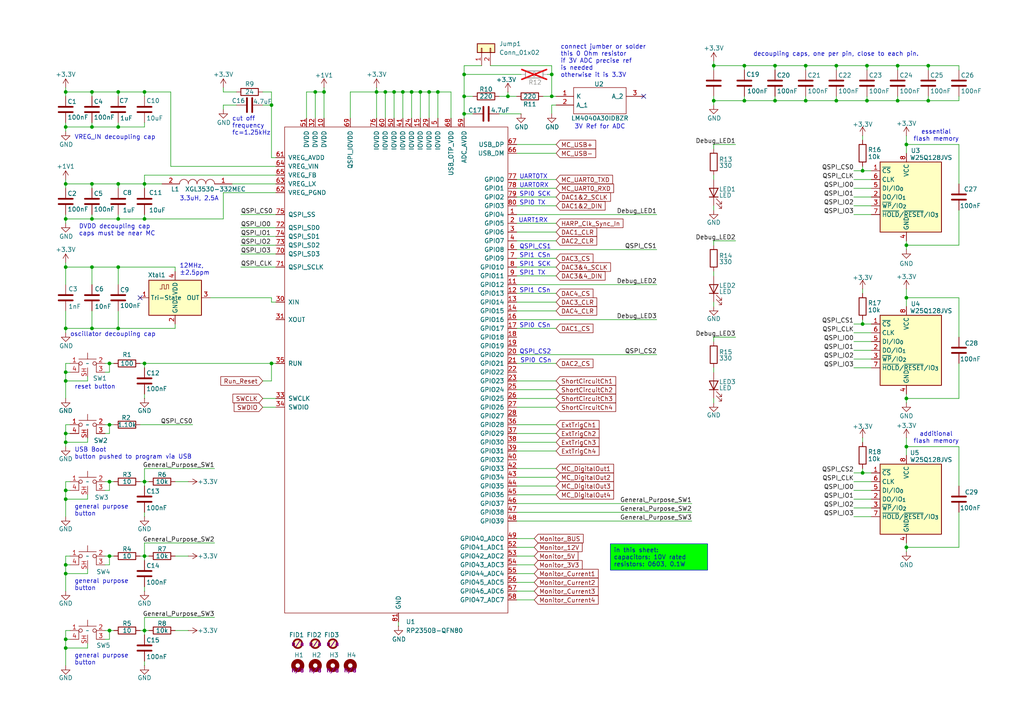
<source format=kicad_sch>
(kicad_sch (version 20250114) (generator "eeschema") (generator_version "9.0")
  (paper "A4")
  (title_block (title "harp device quad dac") (date "2025-07-15") (rev "1.1") (company "The Allen Institute") (comment 1 "Hexabitz"))
  (text "SPI0 CSn" (at 150.876 104.648 0) (effects (font (size 1.27 1.27)) (justify left)))
  (text "decoupling caps, one per pin, close to each pin." (at 218.44 16.51 0) (effects (font (size 1.27 1.27)) (justify left bottom)))
  (text "reset button" (at 21.59 113.03 0) (effects (font (size 1.27 1.27)) (justify left bottom)))
  (text "general purpose\nbutton" (at 21.59 193.04 0) (effects (font (size 1.27 1.27)) (justify left bottom)))
  (text "3V Ref for ADC" (at 173.99 36.83 0) (effects (font (size 1.27 1.27))))
  (text "UART0RX" (at 150.622 53.848 0) (effects (font (size 1.27 1.27)) (justify left)))
  (text "UART1RX" (at 150.368 64.008 0) (effects (font (size 1.27 1.27)) (justify left)))
  (text "DVDD decoupling cap\ncaps must be near MC" (at 22.86 68.58 0) (effects (font (size 1.27 1.27)) (justify left bottom)))
  (text "USB Boot\nbutton pushed to program via USB" (at 21.59 133.35 0) (effects (font (size 1.27 1.27)) (justify left bottom)))
  (text "SPI0 SCK" (at 150.622 56.388 0) (effects (font (size 1.27 1.27)) (justify left)))
  (text "3.3uH, 2.5A" (at 52.07 58.42 0) (effects (font (size 1.27 1.27)) (justify left bottom)))
  (text "SPI1 SCK" (at 150.622 76.708 0) (effects (font (size 1.27 1.27)) (justify left)))
  (text "VREG_IN decoupling cap" (at 21.59 40.64 0) (effects (font (size 1.27 1.27)) (justify left bottom)))
  (text "SPI0 CSn" (at 150.622 94.488 0) (effects (font (size 1.27 1.27)) (justify left)))
  (text "additional\nflash memory" (at 271.526 128.778 0) (effects (font (size 1.27 1.27)) (justify bottom)))
  (text "connect jumber or solder\nthis 0 Ohm resistor\nif 3V ADC precise ref\nis needed\notherwise it is 3.3V" (at 162.56 17.78 0) (effects (font (size 1.27 1.27)) (justify left)))
  (text "SPI1 CSn" (at 150.622 84.328 0) (effects (font (size 1.27 1.27)) (justify left)))
  (text "general purpose\nbutton" (at 21.59 149.86 0) (effects (font (size 1.27 1.27)) (justify left bottom)))
  (text "essential\nflash memory" (at 271.526 41.148 0) (effects (font (size 1.27 1.27)) (justify bottom)))
  (text "QSPI_CS2" (at 150.622 102.108 0) (effects (font (size 1.27 1.27)) (justify left)))
  (text "cut off\nfrequency\nfc=1.25kHz" (at 67.31 39.37 0) (effects (font (size 1.27 1.27)) (justify left bottom)))
  (text "SPI0 TX" (at 150.622 58.928 0) (effects (font (size 1.27 1.27)) (justify left)))
  (text "SPI1 TX" (at 150.622 79.248 0) (effects (font (size 1.27 1.27)) (justify left)))
  (text "oscillator decoupling cap" (at 20.32 97.79 0) (effects (font (size 1.27 1.27)) (justify left bottom)))
  (text "UART0TX" (at 150.622 51.308 0) (effects (font (size 1.27 1.27)) (justify left)))
  (text "general purpose\nbutton" (at 21.59 171.45 0) (effects (font (size 1.27 1.27)) (justify left bottom)))
  (text "12MHz,\n±2.5ppm" (at 52.07 80.01 0) (effects (font (size 1.27 1.27)) (justify left bottom)))
  (text "QSPI_CS1" (at 150.622 71.628 0) (effects (font (size 1.27 1.27)) (justify left)))
  (text "SPI1 CSn" (at 150.622 74.168 0) (effects (font (size 1.27 1.27)) (justify left)))
  (text_box "in this sheet:\ncapacitors: 10V rated\nresistors: 0603, 0.1W" (at 177.038 157.734 0) (size 28.194 7.62) (margins 0.9525 0.9525 0.9525 0.9525) (fill (type color) (color 0 255 0 1)) (effects (font (size 1.27 1.27)) (justify left)))
  (junction (at 41.91 63.5))
  (junction (at 31.75 105.41))
  (junction (at 93.98 26.67))
  (junction (at 34.29 95.25))
  (junction (at 242.57 29.21))
  (junction (at 19.05 95.25))
  (junction (at 41.91 105.41))
  (junction (at 26.67 77.47))
  (junction (at 19.05 166.37))
  (junction (at 207.01 29.21))
  (junction (at 19.05 53.34))
  (junction (at 19.05 63.5))
  (junction (at 41.91 26.67))
  (junction (at 119.38 26.67))
  (junction (at 41.91 182.88))
  (junction (at 269.24 19.05))
  (junction (at 250.19 137.16))
  (junction (at 91.44 26.67))
  (junction (at 26.67 26.67))
  (junction (at 215.9 29.21))
  (junction (at 34.29 63.5))
  (junction (at 262.89 71.12))
  (junction (at 260.35 29.21))
  (junction (at 19.05 77.47))
  (junction (at 78.74 105.41))
  (junction (at 41.91 53.34))
  (junction (at 260.35 19.05))
  (junction (at 34.29 77.47))
  (junction (at 26.67 63.5))
  (junction (at 114.3 26.67))
  (junction (at 19.05 26.67))
  (junction (at 134.62 27.94))
  (junction (at 147.32 27.94))
  (junction (at 34.29 26.67))
  (junction (at 251.46 19.05))
  (junction (at 19.05 110.49))
  (junction (at 134.62 21.59))
  (junction (at 41.91 161.29))
  (junction (at 262.89 41.91))
  (junction (at 41.91 139.7))
  (junction (at 160.02 27.94))
  (junction (at 34.29 53.34))
  (junction (at 160.02 21.59))
  (junction (at 19.05 163.83))
  (junction (at 233.68 19.05))
  (junction (at 26.67 53.34))
  (junction (at 116.84 26.67))
  (junction (at 19.05 107.95))
  (junction (at 111.76 26.67))
  (junction (at 19.05 144.78))
  (junction (at 127 26.67))
  (junction (at 26.67 36.83))
  (junction (at 109.22 26.67))
  (junction (at 269.24 29.21))
  (junction (at 250.19 49.53))
  (junction (at 78.74 30.48))
  (junction (at 31.75 182.88))
  (junction (at 19.05 125.73))
  (junction (at 262.89 129.54))
  (junction (at 207.01 19.05))
  (junction (at 134.62 33.02))
  (junction (at 31.75 139.7))
  (junction (at 262.89 115.57))
  (junction (at 31.75 123.19))
  (junction (at 26.67 95.25))
  (junction (at 262.89 86.36))
  (junction (at 34.29 36.83))
  (junction (at 121.92 26.67))
  (junction (at 215.9 19.05))
  (junction (at 224.79 29.21))
  (junction (at 19.05 187.96))
  (junction (at 251.46 29.21))
  (junction (at 19.05 142.24))
  (junction (at 19.05 185.42))
  (junction (at 242.57 19.05))
  (junction (at 19.05 128.27))
  (junction (at 262.89 158.75))
  (junction (at 250.19 93.98))
  (junction (at 19.05 36.83))
  (junction (at 124.46 26.67))
  (junction (at 31.75 161.29))
  (junction (at 224.79 19.05))
  (junction (at 233.68 29.21))
  (no_connect (at 186.69 27.94))
  (no_connect (at 40.64 86.36))
  (wire (pts (xy 149.86 85.09) (xy 161.29 85.09)))
  (wire (pts (xy 26.67 63.5) (xy 26.67 62.23)))
  (wire (pts (xy 67.31 53.34) (xy 80.01 53.34)))
  (wire (pts (xy 19.05 182.88) (xy 20.32 182.88)))
  (wire (pts (xy 250.19 49.53) (xy 252.73 49.53)))
  (wire (pts (xy 149.86 166.37) (xy 154.94 166.37)))
  (wire (pts (xy 80.01 73.66) (xy 69.85 73.66)))
  (wire (pts (xy 262.89 127) (xy 262.89 129.54)))
  (wire (pts (xy 80.01 68.58) (xy 69.85 68.58)))
  (wire (pts (xy 149.86 82.55) (xy 190.5 82.55)))
  (wire (pts (xy 76.2 30.48) (xy 78.74 30.48)))
  (wire (pts (xy 41.91 36.83) (xy 34.29 36.83)))
  (wire (pts (xy 41.91 148.59) (xy 41.91 149.86)))
  (wire (pts (xy 41.91 105.41) (xy 41.91 106.68)))
  (wire (pts (xy 262.89 41.91) (xy 262.89 44.45)))
  (wire (pts (xy 149.86 168.91) (xy 154.94 168.91)))
  (wire (pts (xy 19.05 53.34) (xy 19.05 54.61)))
  (wire (pts (xy 278.13 20.32) (xy 278.13 19.05)))
  (wire (pts (xy 41.91 179.07) (xy 41.91 182.88)))
  (wire (pts (xy 149.86 163.83) (xy 154.94 163.83)))
  (wire (pts (xy 80.01 71.12) (xy 69.85 71.12)))
  (wire (pts (xy 50.8 139.7) (xy 54.61 139.7)))
  (wire (pts (xy 41.91 170.18) (xy 41.91 171.45)))
  (wire (pts (xy 250.19 93.98) (xy 252.73 93.98)))
  (wire (pts (xy 19.05 26.67) (xy 26.67 26.67)))
  (wire (pts (xy 62.23 179.07) (xy 41.91 179.07)))
  (wire (pts (xy 215.9 19.05) (xy 215.9 20.32)))
  (wire (pts (xy 31.75 161.29) (xy 33.02 161.29)))
  (wire (pts (xy 115.57 181.61) (xy 115.57 180.34)))
  (wire (pts (xy 80.01 45.72) (xy 78.74 45.72)))
  (wire (pts (xy 41.91 162.56) (xy 41.91 161.29)))
  (wire (pts (xy 19.05 187.96) (xy 19.05 185.42)))
  (wire (pts (xy 252.73 147.32) (xy 247.65 147.32)))
  (wire (pts (xy 149.86 62.23) (xy 190.5 62.23)))
  (wire (pts (xy 31.75 185.42) (xy 31.75 182.88)))
  (wire (pts (xy 19.05 95.25) (xy 26.67 95.25)))
  (wire (pts (xy 134.62 19.05) (xy 134.62 21.59)))
  (wire (pts (xy 19.05 76.2) (xy 19.05 77.47)))
  (wire (pts (xy 41.91 184.15) (xy 41.91 182.88)))
  (wire (pts (xy 26.67 95.25) (xy 34.29 95.25)))
  (wire (pts (xy 149.86 138.43) (xy 161.29 138.43)))
  (wire (pts (xy 260.35 29.21) (xy 269.24 29.21)))
  (wire (pts (xy 31.75 105.41) (xy 33.02 105.41)))
  (wire (pts (xy 31.75 163.83) (xy 31.75 161.29)))
  (wire (pts (xy 121.92 26.67) (xy 121.92 34.29)))
  (wire (pts (xy 64.77 25.4) (xy 64.77 26.67)))
  (wire (pts (xy 247.65 137.16) (xy 250.19 137.16)))
  (wire (pts (xy 50.8 161.29) (xy 54.61 161.29)))
  (wire (pts (xy 262.89 39.37) (xy 262.89 41.91)))
  (wire (pts (xy 149.86 87.63) (xy 161.29 87.63)))
  (wire (pts (xy 41.91 62.23) (xy 41.91 63.5)))
  (wire (pts (xy 19.05 128.27) (xy 19.05 125.73)))
  (wire (pts (xy 41.91 105.41) (xy 78.74 105.41)))
  (wire (pts (xy 127 26.67) (xy 127 34.29)))
  (wire (pts (xy 64.77 55.88) (xy 64.77 63.5)))
  (wire (pts (xy 251.46 29.21) (xy 242.57 29.21)))
  (wire (pts (xy 260.35 20.32) (xy 260.35 19.05)))
  (wire (pts (xy 25.4 186.69) (xy 25.4 187.96)))
  (wire (pts (xy 149.86 156.21) (xy 154.94 156.21)))
  (wire (pts (xy 41.91 35.56) (xy 41.91 36.83)))
  (wire (pts (xy 41.91 115.57) (xy 41.91 114.3)))
  (wire (pts (xy 207.01 59.69) (xy 207.01 60.96)))
  (wire (pts (xy 34.29 77.47) (xy 50.8 77.47)))
  (wire (pts (xy 114.3 26.67) (xy 114.3 34.29)))
  (wire (pts (xy 250.19 127) (xy 250.19 128.27)))
  (wire (pts (xy 19.05 171.45) (xy 19.05 166.37)))
  (wire (pts (xy 19.05 90.17) (xy 19.05 95.25)))
  (wire (pts (xy 76.2 115.57) (xy 80.01 115.57)))
  (wire (pts (xy 262.89 158.75) (xy 262.89 160.02)))
  (wire (pts (xy 149.86 171.45) (xy 154.94 171.45)))
  (wire (pts (xy 119.38 26.67) (xy 119.38 34.29)))
  (wire (pts (xy 19.05 125.73) (xy 20.32 125.73)))
  (wire (pts (xy 124.46 26.67) (xy 124.46 34.29)))
  (wire (pts (xy 250.19 137.16) (xy 252.73 137.16)))
  (wire (pts (xy 278.13 105.41) (xy 278.13 115.57)))
  (wire (pts (xy 30.48 185.42) (xy 31.75 185.42)))
  (wire (pts (xy 41.91 50.8) (xy 41.91 53.34)))
  (wire (pts (xy 41.91 26.67) (xy 41.91 27.94)))
  (wire (pts (xy 149.86 128.27) (xy 161.29 128.27)))
  (wire (pts (xy 149.86 115.57) (xy 161.29 115.57)))
  (wire (pts (xy 111.76 26.67) (xy 114.3 26.67)))
  (wire (pts (xy 242.57 19.05) (xy 251.46 19.05)))
  (wire (pts (xy 60.96 86.36) (xy 78.74 86.36)))
  (wire (pts (xy 252.73 106.68) (xy 247.65 106.68)))
  (wire (pts (xy 119.38 26.67) (xy 121.92 26.67)))
  (wire (pts (xy 31.75 139.7) (xy 33.02 139.7)))
  (wire (pts (xy 88.9 26.67) (xy 91.44 26.67)))
  (wire (pts (xy 252.73 149.86) (xy 247.65 149.86)))
  (wire (pts (xy 278.13 60.96) (xy 278.13 71.12)))
  (wire (pts (xy 262.89 69.85) (xy 262.89 71.12)))
  (wire (pts (xy 252.73 101.6) (xy 247.65 101.6)))
  (wire (pts (xy 215.9 27.94) (xy 215.9 29.21)))
  (wire (pts (xy 233.68 27.94) (xy 233.68 29.21)))
  (wire (pts (xy 149.86 148.59) (xy 200.66 148.59)))
  (wire (pts (xy 160.02 30.48) (xy 161.29 30.48)))
  (wire (pts (xy 139.7 19.05) (xy 134.62 19.05)))
  (wire (pts (xy 149.86 69.85) (xy 161.29 69.85)))
  (wire (pts (xy 124.46 26.67) (xy 127 26.67)))
  (wire (pts (xy 250.19 39.37) (xy 250.19 40.64)))
  (wire (pts (xy 149.86 74.93) (xy 161.29 74.93)))
  (wire (pts (xy 34.29 54.61) (xy 34.29 53.34)))
  (wire (pts (xy 260.35 27.94) (xy 260.35 29.21)))
  (wire (pts (xy 26.67 77.47) (xy 34.29 77.47)))
  (wire (pts (xy 247.65 54.61) (xy 252.73 54.61)))
  (wire (pts (xy 224.79 19.05) (xy 224.79 20.32)))
  (wire (pts (xy 262.89 83.82) (xy 262.89 86.36)))
  (wire (pts (xy 149.86 113.03) (xy 161.29 113.03)))
  (wire (pts (xy 26.67 35.56) (xy 26.67 36.83)))
  (wire (pts (xy 31.75 107.95) (xy 31.75 105.41)))
  (wire (pts (xy 34.29 35.56) (xy 34.29 36.83)))
  (wire (pts (xy 50.8 93.98) (xy 50.8 95.25)))
  (wire (pts (xy 149.86 80.01) (xy 161.29 80.01)))
  (wire (pts (xy 278.13 148.59) (xy 278.13 158.75)))
  (wire (pts (xy 34.29 26.67) (xy 41.91 26.67)))
  (wire (pts (xy 149.86 130.81) (xy 161.29 130.81)))
  (wire (pts (xy 269.24 19.05) (xy 260.35 19.05)))
  (wire (pts (xy 19.05 182.88) (xy 19.05 185.42)))
  (wire (pts (xy 247.65 139.7) (xy 252.73 139.7)))
  (wire (pts (xy 262.89 71.12) (xy 262.89 72.39)))
  (wire (pts (xy 40.64 139.7) (xy 41.91 139.7)))
  (wire (pts (xy 93.98 25.4) (xy 93.98 26.67)))
  (wire (pts (xy 278.13 27.94) (xy 278.13 29.21)))
  (wire (pts (xy 19.05 105.41) (xy 20.32 105.41)))
  (wire (pts (xy 251.46 19.05) (xy 251.46 20.32)))
  (wire (pts (xy 19.05 77.47) (xy 26.67 77.47)))
  (wire (pts (xy 242.57 19.05) (xy 242.57 20.32)))
  (wire (pts (xy 76.2 26.67) (xy 78.74 26.67)))
  (wire (pts (xy 157.48 27.94) (xy 160.02 27.94)))
  (wire (pts (xy 101.6 26.67) (xy 109.22 26.67)))
  (wire (pts (xy 207.01 106.68) (xy 207.01 107.95)))
  (wire (pts (xy 207.01 17.78) (xy 207.01 19.05)))
  (wire (pts (xy 207.01 19.05) (xy 207.01 20.32)))
  (wire (pts (xy 233.68 29.21) (xy 224.79 29.21)))
  (wire (pts (xy 262.89 114.3) (xy 262.89 115.57)))
  (wire (pts (xy 34.29 95.25) (xy 50.8 95.25)))
  (wire (pts (xy 224.79 29.21) (xy 215.9 29.21)))
  (wire (pts (xy 207.01 41.91) (xy 207.01 43.18)))
  (wire (pts (xy 31.75 125.73) (xy 31.75 123.19)))
  (wire (pts (xy 247.65 93.98) (xy 250.19 93.98)))
  (wire (pts (xy 19.05 144.78) (xy 25.4 144.78)))
  (wire (pts (xy 69.85 66.04) (xy 80.01 66.04)))
  (wire (pts (xy 41.91 53.34) (xy 41.91 54.61)))
  (wire (pts (xy 149.86 72.39) (xy 190.5 72.39)))
  (wire (pts (xy 278.13 97.79) (xy 278.13 86.36)))
  (wire (pts (xy 34.29 63.5) (xy 34.29 62.23)))
  (wire (pts (xy 19.05 107.95) (xy 20.32 107.95)))
  (wire (pts (xy 25.4 109.22) (xy 25.4 110.49)))
  (wire (pts (xy 278.13 158.75) (xy 262.89 158.75)))
  (wire (pts (xy 213.36 69.85) (xy 207.01 69.85)))
  (wire (pts (xy 134.62 34.29) (xy 134.62 33.02)))
  (wire (pts (xy 30.48 107.95) (xy 31.75 107.95)))
  (wire (pts (xy 30.48 142.24) (xy 31.75 142.24)))
  (wire (pts (xy 41.91 191.77) (xy 41.91 193.04)))
  (wire (pts (xy 101.6 34.29) (xy 101.6 26.67)))
  (wire (pts (xy 250.19 83.82) (xy 250.19 85.09)))
  (wire (pts (xy 19.05 110.49) (xy 25.4 110.49)))
  (wire (pts (xy 25.4 127) (xy 25.4 128.27)))
  (wire (pts (xy 78.74 87.63) (xy 80.01 87.63)))
  (wire (pts (xy 34.29 82.55) (xy 34.29 77.47)))
  (wire (pts (xy 40.64 123.19) (xy 55.88 123.19)))
  (wire (pts (xy 41.91 63.5) (xy 64.77 63.5)))
  (wire (pts (xy 41.91 26.67) (xy 49.53 26.67)))
  (wire (pts (xy 278.13 41.91) (xy 262.89 41.91)))
  (wire (pts (xy 130.81 26.67) (xy 130.81 34.29)))
  (wire (pts (xy 161.29 64.77) (xy 149.86 64.77)))
  (wire (pts (xy 160.02 21.59) (xy 160.02 27.94)))
  (wire (pts (xy 149.86 102.87) (xy 190.5 102.87)))
  (wire (pts (xy 19.05 36.83) (xy 19.05 38.1)))
  (wire (pts (xy 19.05 193.04) (xy 19.05 187.96)))
  (wire (pts (xy 31.75 123.19) (xy 33.02 123.19)))
  (wire (pts (xy 34.29 26.67) (xy 34.29 27.94)))
  (wire (pts (xy 252.73 62.23) (xy 247.65 62.23)))
  (wire (pts (xy 149.86 95.25) (xy 161.29 95.25)))
  (wire (pts (xy 30.48 125.73) (xy 31.75 125.73)))
  (wire (pts (xy 149.86 158.75) (xy 154.94 158.75)))
  (wire (pts (xy 19.05 27.94) (xy 19.05 26.67)))
  (wire (pts (xy 149.86 135.89) (xy 161.29 135.89)))
  (wire (pts (xy 247.65 52.07) (xy 252.73 52.07)))
  (wire (pts (xy 19.05 95.25) (xy 19.05 96.52)))
  (wire (pts (xy 91.44 26.67) (xy 91.44 34.29)))
  (wire (pts (xy 207.01 19.05) (xy 215.9 19.05)))
  (wire (pts (xy 278.13 140.97) (xy 278.13 129.54)))
  (wire (pts (xy 19.05 123.19) (xy 20.32 123.19)))
  (wire (pts (xy 207.01 29.21) (xy 207.01 30.48)))
  (wire (pts (xy 147.32 26.67) (xy 147.32 27.94)))
  (wire (pts (xy 41.91 135.89) (xy 41.91 139.7)))
  (wire (pts (xy 207.01 97.79) (xy 207.01 99.06)))
  (wire (pts (xy 19.05 25.4) (xy 19.05 26.67)))
  (wire (pts (xy 64.77 30.48) (xy 68.58 30.48)))
  (wire (pts (xy 207.01 69.85) (xy 207.01 71.12)))
  (wire (pts (xy 19.05 82.55) (xy 19.05 77.47)))
  (wire (pts (xy 160.02 19.05) (xy 160.02 21.59)))
  (wire (pts (xy 160.02 33.02) (xy 160.02 30.48)))
  (wire (pts (xy 207.01 87.63) (xy 207.01 88.9)))
  (wire (pts (xy 41.91 157.48) (xy 62.23 157.48)))
  (wire (pts (xy 250.19 92.71) (xy 250.19 93.98)))
  (wire (pts (xy 247.65 96.52) (xy 252.73 96.52)))
  (wire (pts (xy 30.48 139.7) (xy 31.75 139.7)))
  (wire (pts (xy 251.46 27.94) (xy 251.46 29.21)))
  (wire (pts (xy 19.05 139.7) (xy 20.32 139.7)))
  (wire (pts (xy 49.53 26.67) (xy 49.53 48.26)))
  (wire (pts (xy 149.86 90.17) (xy 161.29 90.17)))
  (wire (pts (xy 149.86 151.13) (xy 200.66 151.13)))
  (wire (pts (xy 147.32 27.94) (xy 149.86 27.94)))
  (wire (pts (xy 19.05 115.57) (xy 19.05 110.49)))
  (wire (pts (xy 111.76 26.67) (xy 111.76 34.29)))
  (wire (pts (xy 26.67 54.61) (xy 26.67 53.34)))
  (wire (pts (xy 134.62 27.94) (xy 134.62 33.02)))
  (wire (pts (xy 213.36 41.91) (xy 207.01 41.91)))
  (wire (pts (xy 269.24 29.21) (xy 269.24 27.94)))
  (wire (pts (xy 250.19 48.26) (xy 250.19 49.53)))
  (wire (pts (xy 142.24 19.05) (xy 160.02 19.05)))
  (wire (pts (xy 250.19 135.89) (xy 250.19 137.16)))
  (wire (pts (xy 78.74 30.48) (xy 78.74 45.72)))
  (wire (pts (xy 161.29 54.61) (xy 149.86 54.61)))
  (wire (pts (xy 149.86 123.19) (xy 161.29 123.19)))
  (wire (pts (xy 207.01 50.8) (xy 207.01 52.07)))
  (wire (pts (xy 262.89 129.54) (xy 262.89 132.08)))
  (wire (pts (xy 30.48 123.19) (xy 31.75 123.19)))
  (wire (pts (xy 19.05 62.23) (xy 19.05 63.5)))
  (wire (pts (xy 109.22 26.67) (xy 111.76 26.67)))
  (wire (pts (xy 278.13 129.54) (xy 262.89 129.54)))
  (wire (pts (xy 127 26.67) (xy 130.81 26.67)))
  (wire (pts (xy 19.05 185.42) (xy 20.32 185.42)))
  (wire (pts (xy 19.05 166.37) (xy 25.4 166.37)))
  (wire (pts (xy 76.2 110.49) (xy 78.74 110.49)))
  (wire (pts (xy 26.67 77.47) (xy 26.67 82.55)))
  (wire (pts (xy 19.05 129.54) (xy 19.05 128.27)))
  (wire (pts (xy 278.13 86.36) (xy 262.89 86.36)))
  (wire (pts (xy 80.01 55.88) (xy 64.77 55.88)))
  (wire (pts (xy 93.98 26.67) (xy 93.98 34.29)))
  (wire (pts (xy 19.05 144.78) (xy 19.05 142.24)))
  (wire (pts (xy 19.05 142.24) (xy 20.32 142.24)))
  (wire (pts (xy 224.79 19.05) (xy 215.9 19.05)))
  (wire (pts (xy 31.75 182.88) (xy 33.02 182.88)))
  (wire (pts (xy 34.29 63.5) (xy 41.91 63.5)))
  (wire (pts (xy 64.77 26.67) (xy 68.58 26.67)))
  (wire (pts (xy 247.65 49.53) (xy 250.19 49.53)))
  (wire (pts (xy 144.78 33.02) (xy 151.13 33.02)))
  (wire (pts (xy 26.67 53.34) (xy 34.29 53.34)))
  (wire (pts (xy 278.13 71.12) (xy 262.89 71.12)))
  (wire (pts (xy 25.4 143.51) (xy 25.4 144.78)))
  (wire (pts (xy 149.86 118.11) (xy 161.29 118.11)))
  (wire (pts (xy 78.74 86.36) (xy 78.74 87.63)))
  (wire (pts (xy 151.13 21.59) (xy 134.62 21.59)))
  (wire (pts (xy 49.53 48.26) (xy 80.01 48.26)))
  (wire (pts (xy 50.8 77.47) (xy 50.8 78.74)))
  (wire (pts (xy 149.86 105.41) (xy 161.29 105.41)))
  (wire (pts (xy 19.05 53.34) (xy 26.67 53.34)))
  (wire (pts (xy 31.75 142.24) (xy 31.75 139.7)))
  (wire (pts (xy 149.86 92.71) (xy 190.5 92.71)))
  (wire (pts (xy 88.9 34.29) (xy 88.9 26.67)))
  (wire (pts (xy 149.86 67.31) (xy 161.29 67.31)))
  (wire (pts (xy 149.86 59.69) (xy 161.29 59.69)))
  (wire (pts (xy 242.57 29.21) (xy 233.68 29.21)))
  (wire (pts (xy 233.68 19.05) (xy 242.57 19.05)))
  (wire (pts (xy 30.48 163.83) (xy 31.75 163.83)))
  (wire (pts (xy 62.23 135.89) (xy 41.91 135.89)))
  (wire (pts (xy 76.2 118.11) (xy 80.01 118.11)))
  (wire (pts (xy 147.32 27.94) (xy 144.78 27.94)))
  (wire (pts (xy 160.02 27.94) (xy 161.29 27.94)))
  (wire (pts (xy 26.67 63.5) (xy 34.29 63.5)))
  (wire (pts (xy 19.05 63.5) (xy 19.05 64.77)))
  (wire (pts (xy 278.13 115.57) (xy 262.89 115.57)))
  (wire (pts (xy 19.05 110.49) (xy 19.05 107.95)))
  (wire (pts (xy 149.86 161.29) (xy 154.94 161.29)))
  (wire (pts (xy 30.48 161.29) (xy 31.75 161.29)))
  (wire (pts (xy 242.57 27.94) (xy 242.57 29.21)))
  (wire (pts (xy 19.05 163.83) (xy 20.32 163.83)))
  (wire (pts (xy 30.48 105.41) (xy 31.75 105.41)))
  (wire (pts (xy 64.77 31.75) (xy 64.77 30.48)))
  (wire (pts (xy 41.91 182.88) (xy 43.18 182.88)))
  (wire (pts (xy 19.05 63.5) (xy 26.67 63.5)))
  (wire (pts (xy 278.13 53.34) (xy 278.13 41.91)))
  (wire (pts (xy 137.16 33.02) (xy 134.62 33.02)))
  (wire (pts (xy 41.91 157.48) (xy 41.91 161.29)))
  (wire (pts (xy 41.91 139.7) (xy 43.18 139.7)))
  (wire (pts (xy 41.91 161.29) (xy 43.18 161.29)))
  (wire (pts (xy 78.74 110.49) (xy 78.74 105.41)))
  (wire (pts (xy 25.4 165.1) (xy 25.4 166.37)))
  (wire (pts (xy 207.01 27.94) (xy 207.01 29.21)))
  (wire (pts (xy 19.05 36.83) (xy 26.67 36.83)))
  (wire (pts (xy 207.01 29.21) (xy 215.9 29.21)))
  (wire (pts (xy 252.73 104.14) (xy 247.65 104.14)))
  (wire (pts (xy 26.67 90.17) (xy 26.67 95.25)))
  (wire (pts (xy 41.91 140.97) (xy 41.91 139.7)))
  (wire (pts (xy 149.86 77.47) (xy 161.29 77.47)))
  (wire (pts (xy 69.85 62.23) (xy 80.01 62.23)))
  (wire (pts (xy 233.68 20.32) (xy 233.68 19.05)))
  (wire (pts (xy 26.67 26.67) (xy 34.29 26.67)))
  (wire (pts (xy 78.74 105.41) (xy 80.01 105.41)))
  (wire (pts (xy 262.89 86.36) (xy 262.89 88.9)))
  (wire (pts (xy 269.24 20.32) (xy 269.24 19.05)))
  (wire (pts (xy 26.67 36.83) (xy 34.29 36.83)))
  (wire (pts (xy 149.86 110.49) (xy 161.29 110.49)))
  (wire (pts (xy 158.75 21.59) (xy 160.02 21.59)))
  (wire (pts (xy 114.3 26.67) (xy 116.84 26.67)))
  (wire (pts (xy 26.67 26.67) (xy 26.67 27.94)))
  (wire (pts (xy 40.64 182.88) (xy 41.91 182.88)))
  (wire (pts (xy 207.01 78.74) (xy 207.01 80.01)))
  (wire (pts (xy 161.29 52.07) (xy 149.86 52.07)))
  (wire (pts (xy 91.44 26.67) (xy 93.98 26.67)))
  (wire (pts (xy 247.65 99.06) (xy 252.73 99.06)))
  (wire (pts (xy 40.64 161.29) (xy 41.91 161.29)))
  (wire (pts (xy 247.65 142.24) (xy 252.73 142.24)))
  (wire (pts (xy 149.86 125.73) (xy 161.29 125.73)))
  (wire (pts (xy 78.74 30.48) (xy 78.74 26.67)))
  (wire (pts (xy 19.05 52.07) (xy 19.05 53.34)))
  (wire (pts (xy 116.84 26.67) (xy 116.84 34.29)))
  (wire (pts (xy 50.8 182.88) (xy 54.61 182.88)))
  (wire (pts (xy 161.29 44.45) (xy 149.86 44.45)))
  (wire (pts (xy 149.86 146.05) (xy 200.66 146.05)))
  (wire (pts (xy 269.24 29.21) (xy 278.13 29.21)))
  (wire (pts (xy 149.86 57.15) (xy 161.29 57.15)))
  (wire (pts (xy 149.86 140.97) (xy 161.29 140.97)))
  (wire (pts (xy 251.46 19.05) (xy 260.35 19.05)))
  (wire (pts (xy 224.79 27.94) (xy 224.79 29.21)))
  (wire (pts (xy 109.22 25.4) (xy 109.22 26.67)))
  (wire (pts (xy 161.29 41.91) (xy 149.86 41.91)))
  (wire (pts (xy 116.84 26.67) (xy 119.38 26.67)))
  (wire (pts (xy 19.05 166.37) (xy 19.05 163.83)))
  (wire (pts (xy 19.05 149.86) (xy 19.05 144.78)))
  (wire (pts (xy 69.85 77.47) (xy 80.01 77.47)))
  (wire (pts (xy 213.36 97.79) (xy 207.01 97.79)))
  (wire (pts (xy 252.73 144.78) (xy 247.65 144.78)))
  (wire (pts (xy 260.35 29.21) (xy 251.46 29.21)))
  (wire (pts (xy 252.73 59.69) (xy 247.65 59.69)))
  (wire (pts (xy 262.89 157.48) (xy 262.89 158.75)))
  (wire (pts (xy 34.29 53.34) (xy 41.91 53.34)))
  (wire (pts (xy 41.91 50.8) (xy 80.01 50.8)))
  (wire (pts (xy 19.05 123.19) (xy 19.05 125.73)))
  (wire (pts (xy 149.86 143.51) (xy 161.29 143.51)))
  (wire (pts (xy 19.05 128.27) (xy 25.4 128.27)))
  (wire (pts (xy 40.64 105.41) (xy 41.91 105.41)))
  (wire (pts (xy 134.62 27.94) (xy 137.16 27.94)))
  (wire (pts (xy 149.86 173.99) (xy 154.94 173.99)))
  (wire (pts (xy 109.22 26.67) (xy 109.22 34.29)))
  (wire (pts (xy 262.89 115.57) (xy 262.89 116.84)))
  (wire (pts (xy 207.01 115.57) (xy 207.01 116.84)))
  (wire (pts (xy 19.05 35.56) (xy 19.05 36.83)))
  (wire (pts (xy 224.79 19.05) (xy 233.68 19.05)))
  (wire (pts (xy 19.05 105.41) (xy 19.05 107.95)))
  (wire (pts (xy 19.05 161.29) (xy 19.05 163.83)))
  (wire (pts (xy 252.73 57.15) (xy 247.65 57.15)))
  (wire (pts (xy 30.48 182.88) (xy 31.75 182.88)))
  (wire (pts (xy 124.46 26.67) (xy 121.92 26.67)))
  (wire (pts (xy 19.05 139.7) (xy 19.05 142.24)))
  (wire (pts (xy 19.05 161.29) (xy 20.32 161.29)))
  (wire (pts (xy 134.62 21.59) (xy 134.62 27.94)))
  (wire (pts (xy 41.91 53.34) (xy 46.99 53.34)))
  (wire (pts (xy 278.13 19.05) (xy 269.24 19.05)))
  (wire (pts (xy 19.05 187.96) (xy 25.4 187.96)))
  (wire (pts (xy 34.29 90.17) (xy 34.29 95.25)))
  (label "Debug_LED1" (at 190.5 62.23 180))
  (label "QSPI_IO1" (at 247.65 101.6 180))
  (label "QSPI_IO2" (at 69.85 71.12 0))
  (label "General_Purpose_SW3" (at 200.66 151.13 180))
  (label "Debug_LED2" (at 190.5 82.55 180))
  (label "QSPI_CLK" (at 247.65 139.7 180))
  (label "QSPI_IO2" (at 247.65 147.32 180))
  (label "QSPI_IO1" (at 247.65 57.15 180))
  (label "QSPI_CS0" (at 55.88 123.19 180))
  (label "QSPI_CLK" (at 69.85 77.47 0))
  (label "Debug_LED1" (at 213.36 41.91 180))
  (label "QSPI_IO2" (at 247.65 59.69 180))
  (label "QSPI_IO0" (at 247.65 99.06 180))
  (label "Debug_LED3" (at 190.5 92.71 180))
  (label "QSPI_IO1" (at 247.65 144.78 180))
  (label "QSPI_CLK" (at 247.65 96.52 180))
  (label "QSPI_IO3" (at 247.65 149.86 180))
  (label "QSPI_CS0" (at 69.85 62.23 0))
  (label "QSPI_CLK" (at 247.65 52.07 180))
  (label "QSPI_CS2" (at 190.5 102.87 180))
  (label "QSPI_IO0" (at 247.65 54.61 180))
  (label "General_Purpose_SW1" (at 62.23 135.89 180))
  (label "QSPI_CS1" (at 190.5 72.39 180))
  (label "QSPI_IO0" (at 69.85 66.04 0))
  (label "General_Purpose_SW2" (at 200.66 148.59 180))
  (label "General_Purpose_SW1" (at 200.66 146.05 180))
  (label "QSPI_CS0" (at 247.65 49.53 180))
  (label "General_Purpose_SW3" (at 62.23 179.07 180))
  (label "Debug_LED3" (at 213.36 97.79 180))
  (label "QSPI_IO3" (at 69.85 73.66 0))
  (label "Debug_LED2" (at 213.36 69.85 180))
  (label "QSPI_IO2" (at 247.65 104.14 180))
  (label "QSPI_IO3" (at 247.65 62.23 180))
  (label "QSPI_IO1" (at 69.85 68.58 0))
  (label "General_Purpose_SW2" (at 62.23 157.48 180))
  (label "QSPI_CS1" (at 247.65 93.98 180))
  (label "QSPI_IO3" (at 247.65 106.68 180))
  (label "QSPI_IO0" (at 247.65 142.24 180))
  (label "QSPI_CS2" (at 247.65 137.16 180))
  (global_label "DAC4_CLR" (shape input) (at 161.29 90.17 0) (property "Intersheetrefs" "${INTERSHEET_REFS}" (effects (hide yes))))
  (global_label "MC_UART0_RXD" (shape input) (at 161.29 54.61 0) (property "Intersheetrefs" "${INTERSHEET_REFS}" (effects (hide yes))))
  (global_label "MC_USB-" (shape input) (at 161.29 44.45 0) (property "Intersheetrefs" "${INTERSHEET_REFS}" (effects (hide yes))))
  (global_label "DAC2_CLR" (shape input) (at 161.29 69.85 0) (property "Intersheetrefs" "${INTERSHEET_REFS}" (effects (hide yes))))
  (global_label "ExtTrigCh3" (shape input) (at 161.29 128.27 0) (property "Intersheetrefs" "${INTERSHEET_REFS}" (effects (hide yes))))
  (global_label "Monitor_Current3" (shape input) (at 154.94 171.45 0) (property "Intersheetrefs" "${INTERSHEET_REFS}" (effects (hide yes))))
  (global_label "ShortCircuitCh1" (shape input) (at 161.29 110.49 0) (property "Intersheetrefs" "${INTERSHEET_REFS}" (effects (hide yes))))
  (global_label "HARP_Clk_Sync_In" (shape input) (at 161.29 64.77 0) (property "Intersheetrefs" "${INTERSHEET_REFS}" (effects (hide yes))))
  (global_label "DAC1_CS" (shape input) (at 161.29 95.25 0) (property "Intersheetrefs" "${INTERSHEET_REFS}" (effects (hide yes))))
  (global_label "ExtTrigCh4" (shape input) (at 161.29 130.81 0) (property "Intersheetrefs" "${INTERSHEET_REFS}" (effects (hide yes))))
  (global_label "MC_DigitalOut4" (shape input) (at 161.29 143.51 0) (property "Intersheetrefs" "${INTERSHEET_REFS}" (effects (hide yes))))
  (global_label "DAC4_CS" (shape input) (at 161.29 85.09 0) (property "Intersheetrefs" "${INTERSHEET_REFS}" (effects (hide yes))))
  (global_label "DAC3_CLR" (shape input) (at 161.29 87.63 0) (property "Intersheetrefs" "${INTERSHEET_REFS}" (effects (hide yes))))
  (global_label "Monitor_3V3" (shape input) (at 154.94 163.83 0) (property "Intersheetrefs" "${INTERSHEET_REFS}" (effects (hide yes))))
  (global_label "MC_DigitalOut2" (shape input) (at 161.29 138.43 0) (property "Intersheetrefs" "${INTERSHEET_REFS}" (effects (hide yes))))
  (global_label "SWCLK" (shape input) (at 76.2 115.57 180) (property "Intersheetrefs" "${INTERSHEET_REFS}" (effects (hide yes))))
  (global_label "MC_UART0_TXD" (shape input) (at 161.29 52.07 0) (property "Intersheetrefs" "${INTERSHEET_REFS}" (effects (hide yes))))
  (global_label "ExtTrigCh2" (shape input) (at 161.29 125.73 0) (property "Intersheetrefs" "${INTERSHEET_REFS}" (effects (hide yes))))
  (global_label "DAC2_CS" (shape input) (at 161.29 105.41 0) (property "Intersheetrefs" "${INTERSHEET_REFS}" (effects (hide yes))))
  (global_label "DAC3_CS" (shape input) (at 161.29 74.93 0) (property "Intersheetrefs" "${INTERSHEET_REFS}" (effects (hide yes))))
  (global_label "Monitor_Current1" (shape input) (at 154.94 166.37 0) (property "Intersheetrefs" "${INTERSHEET_REFS}" (effects (hide yes))))
  (global_label "MC_DigitalOut3" (shape input) (at 161.29 140.97 0) (property "Intersheetrefs" "${INTERSHEET_REFS}" (effects (hide yes))))
  (global_label "Monitor_5V" (shape input) (at 154.94 161.29 0) (property "Intersheetrefs" "${INTERSHEET_REFS}" (effects (hide yes))))
  (global_label "MC_USB+" (shape input) (at 161.29 41.91 0) (property "Intersheetrefs" "${INTERSHEET_REFS}" (effects (hide yes))))
  (global_label "Run_Reset" (shape input) (at 76.2 110.49 180) (property "Intersheetrefs" "${INTERSHEET_REFS}" (effects (hide yes))))
  (global_label "DAC1&2_SCLK" (shape input) (at 161.29 57.15 0) (property "Intersheetrefs" "${INTERSHEET_REFS}" (effects (hide yes))))
  (global_label "DAC1&2_DIN" (shape input) (at 161.29 59.69 0) (property "Intersheetrefs" "${INTERSHEET_REFS}" (effects (hide yes))))
  (global_label "ExtTrigCh1" (shape input) (at 161.29 123.19 0) (property "Intersheetrefs" "${INTERSHEET_REFS}" (effects (hide yes))))
  (global_label "DAC3&4_DIN" (shape input) (at 161.29 80.01 0) (property "Intersheetrefs" "${INTERSHEET_REFS}" (effects (hide yes))))
  (global_label "Monitor_Current2" (shape input) (at 154.94 168.91 0) (property "Intersheetrefs" "${INTERSHEET_REFS}" (effects (hide yes))))
  (global_label "ShortCircuitCh3" (shape input) (at 161.29 115.57 0) (property "Intersheetrefs" "${INTERSHEET_REFS}" (effects (hide yes))))
  (global_label "DAC3&4_SCLK" (shape input) (at 161.29 77.47 0) (property "Intersheetrefs" "${INTERSHEET_REFS}" (effects (hide yes))))
  (global_label "ShortCircuitCh4" (shape input) (at 161.29 118.11 0) (property "Intersheetrefs" "${INTERSHEET_REFS}" (effects (hide yes))))
  (global_label "Monitor_BUS" (shape input) (at 154.94 156.21 0) (property "Intersheetrefs" "${INTERSHEET_REFS}" (effects (hide yes))))
  (global_label "Monitor_12V" (shape input) (at 154.94 158.75 0) (property "Intersheetrefs" "${INTERSHEET_REFS}" (effects (hide yes))))
  (global_label "DAC1_CLR" (shape input) (at 161.29 67.31 0) (property "Intersheetrefs" "${INTERSHEET_REFS}" (effects (hide yes))))
  (global_label "SWDIO" (shape input) (at 76.2 118.11 180) (property "Intersheetrefs" "${INTERSHEET_REFS}" (effects (hide yes))))
  (global_label "MC_DigitalOut1" (shape input) (at 161.29 135.89 0) (property "Intersheetrefs" "${INTERSHEET_REFS}" (effects (hide yes))))
  (global_label "Monitor_Current4" (shape input) (at 154.94 173.99 0) (property "Intersheetrefs" "${INTERSHEET_REFS}" (effects (hide yes))))
  (global_label "ShortCircuitCh2" (shape input) (at 161.29 113.03 0) (property "Intersheetrefs" "${INTERSHEET_REFS}" (effects (hide yes))))
  (symbol (lib_id "harp.device.quad.dac:Fiducial") (at 86.36 186.69 0) (unit 1) (in_bom no)
    (property "Reference" "FID1" (at 83.82 184.15 0) (effects (justify left)))
    (property "Value" "Fiducial" (effects (hide yes)))
    (property "Footprint" "harp.device.quad.dac.kicad:Fiducial_0.5mm_Mask1mm" (effects (hide yes)))
    (property "Description" "Fiducial Marker" (effects (hide yes)))
    (property "Link" "n/a" (effects (hide yes)))
    (property "Manufacturer" "n/a" (effects (hide yes)))
    (property "Manufacturer Number" "n/a" (effects (hide yes)))
    (property "Manufacturer_Part_Number" "n/a" (at 86.36 186.69 0))
    (property "MPN" "n/a" (at 86.36 186.69 0))
    (property "Manufacturer_Name" "n/a" (at 86.36 186.69 0))
    (instances (project "harp.device.quad.dac" (path "" (reference "FID1") (unit 1))) (project "multi_ch_harp_dac" (path "" (reference "FID?") (unit 1))))
  )
  (symbol (lib_id "harp.device.quad.dac:C_0603") (at 278.13 144.78 180) (unit 1)
    (property "Reference" "C29" (at 283.718 142.748 0) (effects (justify left)))
    (property "Value" "100nF" (at 284.48 147.32 0) (effects (justify left)))
    (property "Footprint" "Capacitor_SMD:C_0603_1608Metric" (effects (hide yes)))
    (property "Description" "Unpolarized capacitor" (effects (hide yes)))
    (property "Link" "https://www.digikey.com/en/products/detail/kemet/C0603C104K5RACTU/1465594" (effects (hide yes)))
    (property "Manufacturer" "KEMET" (effects (hide yes)))
    (property "Rated Voltage" "50V" (effects (hide yes)))
    (property "Tolerance" "10%" (effects (hide yes)))
    (property "PCBWay Link" "https://www.pcbway.com/components/detail/0402B104K160CT/307171/" (effects (hide yes)))
    (property "Manufacturer_Part_Number" "C0603C104K5RACTU" (effects (hide yes)))
    (property "MPN" "C0603C104K5RACTU" (effects (hide yes)))
    (property "Manufacturer_Name" "KEMET" (effects (hide yes)))
    (instances (project "harp.device.quad.dac" (path "" (reference "C29") (unit 1))) (project "multi_ch_harp_dac" (path "" (reference "C?") (unit 1))))
  )
  (symbol (lib_id "harp.device.quad.dac:R_0603") (at 250.19 132.08 180) (unit 1)
    (property "Reference" "R18" (at 251.714 131.064 0) (effects (justify right)))
    (property "Value" "10k" (at 251.714 133.096 0) (effects (justify right)))
    (property "Footprint" "Resistor_SMD:R_0603_1608Metric" (effects (hide yes)))
    (property "Description" "Resistor" (effects (hide yes)))
    (property "Tolerance" "0.1%" (effects (hide yes)))
    (property "Link" "https://www.digikey.com/en/products/detail/yageo/RT0603BRD0710KL/1072198" (effects (hide yes)))
    (property "Manufacturer" "Yageo" (effects (hide yes)))
    (property "Manufacturer Number" "RT0402BRD071KL" (effects (hide yes)))
    (property "MPN" "RT0603BRD0710KL" (effects (hide yes)))
    (property "Manufacturer_Name" "Yageo" (effects (hide yes)))
    (property "Manufacturer_Part_Number" "RT0603BRD0710KL" (effects (hide yes)))
  )
  (symbol (lib_id "power:+3.3V") (at 54.61 139.7 270) (unit 1)
    (property "Reference" "#PWR016" (effects (hide yes)))
    (property "Value" "+3.3V" (at 60.198 139.7 90))
    (property "Description" "Power symbol creates a global label with name \"+3.3V\"" (effects (hide yes)))
    (instances (project "harp.device.quad.dac" (path "" (reference "#PWR016") (unit 1))) (project "multi_ch_harp_dac" (path "" (reference "#PWR?") (unit 1))))
  )
  (symbol (lib_id "power:GND") (at 207.01 60.96 0) (unit 1)
    (property "Reference" "#PWR029" (effects (hide yes)))
    (property "Value" "GND" (at 207.01 64.516 0))
    (property "Description" "Power symbol creates a global label with name \"GND\" , ground" (effects (hide yes)))
    (instances (project "harp.device.quad.dac" (path "" (reference "#PWR029") (unit 1))) (project "multi_ch_harp_dac" (path "" (reference "#PWR?") (unit 1))))
  )
  (symbol (lib_id "power:+3.3V") (at 54.61 161.29 270) (unit 1)
    (property "Reference" "#PWR017" (effects (hide yes)))
    (property "Value" "+3.3V" (at 60.198 161.29 90))
    (property "Description" "Power symbol creates a global label with name \"+3.3V\"" (effects (hide yes)))
    (instances (project "harp.device.quad.dac" (path "" (reference "#PWR017") (unit 1))) (project "multi_ch_harp_dac" (path "" (reference "#PWR?") (unit 1))))
  )
  (symbol (lib_id "harp.device.quad.dac:R_0603") (at 140.97 27.94 90) (unit 1)
    (property "Reference" "R10" (at 140.97 25.908 90))
    (property "Value" "220" (at 140.97 27.94 90))
    (property "Footprint" "Resistor_SMD:R_0603_1608Metric" (effects (hide yes)))
    (property "Description" "Resistor" (effects (hide yes)))
    (property "Tolerance" "1%" (effects (hide yes)))
    (property "Link" "https://www.digikey.com/en/products/detail/yageo/RC0603FR-07220RL/727061" (effects (hide yes)))
    (property "Manufacturer" "Yageo" (effects (hide yes)))
    (property "Manufacturer Number" "RT0402BRD071KL" (effects (hide yes)))
    (property "MPN" "RC0603FR-07220RL" (effects (hide yes)))
    (property "Manufacturer_Name" "Yageo" (effects (hide yes)))
    (property "Manufacturer_Part_Number" "RC0603FR-07220RL" (effects (hide yes)))
    (instances (project "harp.device.quad.dac" (path "" (reference "R10") (unit 1))) (project "multi_ch_harp_dac" (path "" (reference "R?") (unit 1))))
  )
  (symbol (lib_id "harp.device.quad.dac:SW_Push_with_gnd") (at 25.4 123.19 0) (unit 1)
    (property "Reference" "SW2" (at 27.178 127.762 0) (effects (justify left)))
    (property "Value" "~" (at 25.4 123.19 0))
    (property "Footprint" "harp.device.quad.dac.kicad:SW_Push_1P1T-SH_NO_Vertical_Wuerth_WS-TASV" (effects (hide yes)))
    (property "Datasheet" "https://www.we-online.com/components/products/datasheet/435451019820.pdf" (effects (hide yes)))
    (property "Description" "Wurth Elektronik washable switch" (effects (hide yes)))
    (property "MPN" "435451019820 " (effects (hide yes)))
    (property "MFN" "Würth Elektronik" (effects (hide yes)))
    (property "Supplier Link" "https://www.digikey.com/en/products/detail/w%C3%BCrth-elektronik/435451019820/18735367" (effects (hide yes)))
    (property "Manufacturer_Part_Number" "435451019820 " (effects (hide yes)))
    (instances (project "harp.device.quad.dac" (path "" (reference "SW2") (unit 1))) (project "multi_ch_harp_dac" (path "" (reference "SW?") (unit 1))))
  )
  (symbol (lib_id "harp.device.quad.dac:Fiducial") (at 91.44 186.69 0) (unit 1) (in_bom no)
    (property "Reference" "FID2" (at 88.9 184.15 0) (effects (justify left)))
    (property "Value" "Fiducial" (effects (hide yes)))
    (property "Footprint" "harp.device.quad.dac.kicad:Fiducial_0.5mm_Mask1mm" (effects (hide yes)))
    (property "Description" "Fiducial Marker" (effects (hide yes)))
    (property "Link" "n/a" (effects (hide yes)))
    (property "Manufacturer" "n/a" (effects (hide yes)))
    (property "Manufacturer Number" "n/a" (effects (hide yes)))
    (property "Manufacturer_Part_Number" "n/a" (at 91.44 186.69 0))
    (property "MPN" "n/a" (at 91.44 186.69 0))
    (property "Manufacturer_Name" "n/a" (at 91.44 186.69 0))
    (instances (project "harp.device.quad.dac" (path "" (reference "FID2") (unit 1))) (project "multi_ch_harp_dac" (path "" (reference "FID?") (unit 1))))
  )
  (symbol (lib_id "harp.device.quad.dac:R_0603") (at 207.01 74.93 0) (unit 1)
    (property "Reference" "R14" (at 208.534 74.168 0) (effects (justify left)))
    (property "Value" "330" (at 208.534 75.946 0) (effects (justify left)))
    (property "Footprint" "Resistor_SMD:R_0603_1608Metric" (effects (hide yes)))
    (property "Description" "Resistor" (effects (hide yes)))
    (property "Link" "https://www.digikey.com/en/products/detail/yageo/RC0603FR-07330RL/727162" (effects (hide yes)))
    (property "Manufacturer" "Yageo" (effects (hide yes)))
    (property "Manufacturer Number" "RC0402FR-07680RL" (effects (hide yes)))
    (property "Tolerance" "1%" (effects (hide yes)))
    (property "MPN" "RC0603FR-07330RL" (effects (hide yes)))
    (property "Manufacturer_Name" "Yageo" (effects (hide yes)))
    (property "Manufacturer_Part_Number" "RC0603FR-07330RL" (effects (hide yes)))
    (instances (project "harp.device.quad.dac" (path "" (reference "R14") (unit 1))) (project "multi_ch_harp_dac" (path "" (reference "R?") (unit 1))))
  )
  (symbol (lib_id "harp.device.quad.dac:LED") (at 207.01 55.88 90) (unit 1)
    (property "Reference" "LED1" (at 208.534 54.864 90) (effects (justify right)))
    (property "Value" "LED" (at 208.534 56.642 90) (effects (justify right)))
    (property "Footprint" "harp.device.quad.dac.kicad:LED_0603_1608Metric_Pad1.05x0.95mm_HandSolder" (effects (hide yes)))
    (property "Datasheet" "https://www.sunledusa.com/products/spec/XZCDGK53W-1VF.pdf" (effects (hide yes)))
    (property "Description" "Light emitting diode" (effects (hide yes)))
    (property "Link" "https://www.digikey.com/en/products/detail/sunled/XZCDGK53W-1VF/15761905" (effects (hide yes)))
    (property "Notes" "2mA, 98mcd, green" (effects (hide yes)))
    (property "Manufacturer" "SunLED" (effects (hide yes)))
    (property "Manufacturer Number" "XZCDGK53W-1VF" (effects (hide yes)))
    (property "PCBWay Link" "https://www.pcbway.com/components/detail/XZCDGK53W1VF/501988/" (effects (hide yes)))
    (property "MPN" "XZCDGK53W-1VF" (effects (hide yes)))
    (property "MFN" "SunLED" (effects (hide yes)))
    (property "Manufacturer_Part_Number" "XZCDGK53W-1VF" (effects (hide yes)))
    (instances (project "harp.device.quad.dac" (path "" (reference "LED1") (unit 1))) (project "multi_ch_harp_dac" (path "" (reference "LED?") (unit 1))))
  )
  (symbol (lib_id "harp.device.quad.dac:C_0603") (at 19.05 31.75 180) (unit 1)
    (property "Reference" "C1" (at 19.558 29.464 0) (effects (justify right)))
    (property "Value" "100nF" (at 19.558 34.036 0) (effects (justify right)))
    (property "Footprint" "Capacitor_SMD:C_0603_1608Metric" (effects (hide yes)))
    (property "Description" "Unpolarized capacitor" (effects (hide yes)))
    (property "Link" "https://www.digikey.com/en/products/detail/kemet/C0603C104K5RACTU/1465594" (effects (hide yes)))
    (property "Manufacturer" "KEMET" (effects (hide yes)))
    (property "Rated Voltage" "50V" (effects (hide yes)))
    (property "Tolerance" "10%" (effects (hide yes)))
    (property "PCBWay Link" "https://www.pcbway.com/components/detail/0402B104K160CT/307171/" (effects (hide yes)))
    (property "Manufacturer_Part_Number" "C0603C104K5RACTU" (effects (hide yes)))
    (property "MPN" "C0603C104K5RACTU" (effects (hide yes)))
    (property "Manufacturer_Name" "KEMET" (effects (hide yes)))
    (instances (project "harp.device.quad.dac" (path "" (reference "C1") (unit 1))) (project "multi_ch_harp_dac" (path "" (reference "C?") (unit 1))))
  )
  (symbol (lib_id "harp.device.quad.dac:C_0603") (at 26.67 86.36 180) (unit 1)
    (property "Reference" "C6" (at 27.432 83.82 0) (effects (justify right)))
    (property "Value" "10nF" (at 27.432 88.9 0) (effects (justify right)))
    (property "Footprint" "Capacitor_SMD:C_0603_1608Metric" (effects (hide yes)))
    (property "Description" "Unpolarized capacitor" (effects (hide yes)))
    (property "Link" "https://www.digikey.com/en/products/detail/kemet/C0603C103K5RACTU/411090" (effects (hide yes)))
    (property "Manufacturer" "KEMET" (effects (hide yes)))
    (property "Rated Voltage" "50V" (effects (hide yes)))
    (property "Tolerance" "10%" (effects (hide yes)))
    (property "Manufacturer_Part_Number" "C0603C103K5RACTU" (effects (hide yes)))
    (property "MPN" "C0603C103K5RACTU" (effects (hide yes)))
    (property "Manufacturer_Name" "KEMET" (effects (hide yes)))
    (instances (project "harp.device.quad.dac" (path "" (reference "C6") (unit 1))) (project "multi_ch_harp_dac" (path "" (reference "C?") (unit 1))))
  )
  (symbol (lib_id "power:GND") (at 41.91 115.57 0) (unit 1)
    (property "Reference" "#PWR012" (effects (hide yes)))
    (property "Value" "GND" (at 41.91 119.126 0))
    (property "Description" "Power symbol creates a global label with name \"GND\" , ground" (effects (hide yes)))
    (instances (project "harp.device.quad.dac" (path "" (reference "#PWR012") (unit 1))) (project "multi_ch_harp_dac" (path "" (reference "#PWR?") (unit 1))))
  )
  (symbol (lib_id "harp.device.quad.dac:R_0603") (at 36.83 105.41 90) (unit 1)
    (property "Reference" "R1" (at 36.83 102.87 90))
    (property "Value" "100" (at 36.83 105.41 90))
    (property "Footprint" "Resistor_SMD:R_0603_1608Metric" (effects (hide yes)))
    (property "Description" "Resistor" (effects (hide yes)))
    (property "Tolerance" "1%" (effects (hide yes)))
    (property "Link" "https://www.digikey.com/en/products/detail/yageo/AC0603FR-13100RL/12756385" (effects (hide yes)))
    (property "Manufacturer" "Yageo" (effects (hide yes)))
    (property "Manufacturer Number" "RT0402BRD071KL" (effects (hide yes)))
    (property "MPN" "AC0603FR-13100RL" (effects (hide yes)))
    (property "Manufacturer_Name" "Yageo" (effects (hide yes)))
    (property "Manufacturer_Part_Number" "AC0603FR-13100RL" (effects (hide yes)))
    (instances (project "harp.device.quad.dac" (path "" (reference "R1") (unit 1))) (project "multi_ch_harp_dac" (path "" (reference "R?") (unit 1))))
  )
  (symbol (lib_id "power:GND") (at 160.02 33.02 0) (unit 1)
    (property "Reference" "#PWR026" (effects (hide yes)))
    (property "Value" "GND" (at 158.115 36.83 0) (effects (justify left)))
    (property "Description" "Power symbol creates a global label with name \"GND\" , ground" (effects (hide yes)))
    (instances (project "harp.device.quad.dac" (path "" (reference "#PWR026") (unit 1))) (project "multi_ch_harp_dac" (path "" (reference "#PWR?") (unit 1))))
  )
  (symbol (lib_id "harp.device.quad.dac:R_0603") (at 207.01 102.87 0) (unit 1)
    (property "Reference" "R15" (at 208.534 102.108 0) (effects (justify left)))
    (property "Value" "330" (at 208.534 103.886 0) (effects (justify left)))
    (property "Footprint" "Resistor_SMD:R_0603_1608Metric" (effects (hide yes)))
    (property "Description" "Resistor" (effects (hide yes)))
    (property "Link" "https://www.digikey.com/en/products/detail/yageo/RC0603FR-07330RL/727162" (effects (hide yes)))
    (property "Manufacturer" "Yageo" (effects (hide yes)))
    (property "Manufacturer Number" "RC0402FR-07680RL" (effects (hide yes)))
    (property "Tolerance" "1%" (effects (hide yes)))
    (property "MPN" "RC0603FR-07330RL" (effects (hide yes)))
    (property "Manufacturer_Name" "Yageo" (effects (hide yes)))
    (property "Manufacturer_Part_Number" "RC0603FR-07330RL" (effects (hide yes)))
    (instances (project "harp.device.quad.dac" (path "" (reference "R15") (unit 1))) (project "multi_ch_harp_dac" (path "" (reference "R?") (unit 1))))
  )
  (symbol (lib_id "harp.device.quad.dac:C_0603") (at 19.05 58.42 180) (unit 1)
    (property "Reference" "C2" (at 19.558 56.134 0) (effects (justify right)))
    (property "Value" "100nF" (at 19.558 60.706 0) (effects (justify right)))
    (property "Footprint" "Capacitor_SMD:C_0603_1608Metric" (effects (hide yes)))
    (property "Description" "Unpolarized capacitor" (effects (hide yes)))
    (property "Link" "https://www.digikey.com/en/products/detail/kemet/C0603C104K5RACTU/1465594" (effects (hide yes)))
    (property "Manufacturer" "KEMET" (effects (hide yes)))
    (property "Rated Voltage" "50V" (effects (hide yes)))
    (property "Tolerance" "10%" (effects (hide yes)))
    (property "PCBWay Link" "https://www.pcbway.com/components/detail/0402B104K160CT/307171/" (effects (hide yes)))
    (property "Manufacturer_Part_Number" "C0603C104K5RACTU" (effects (hide yes)))
    (property "MPN" "C0603C104K5RACTU" (effects (hide yes)))
    (property "Manufacturer_Name" "KEMET" (effects (hide yes)))
    (instances (project "harp.device.quad.dac" (path "" (reference "C2") (unit 1))) (project "multi_ch_harp_dac" (path "" (reference "C?") (unit 1))))
  )
  (symbol (lib_id "power:GND") (at 19.05 193.04 0) (unit 1)
    (property "Reference" "#PWR011" (effects (hide yes)))
    (property "Value" "GND" (at 19.05 196.596 0))
    (property "Description" "Power symbol creates a global label with name \"GND\" , ground" (effects (hide yes)))
    (instances (project "harp.device.quad.dac" (path "" (reference "#PWR011") (unit 1))) (project "multi_ch_harp_dac" (path "" (reference "#PWR?") (unit 1))))
  )
  (symbol (lib_id "harp.device.quad.dac:R_0603") (at 36.83 182.88 90) (unit 1)
    (property "Reference" "R5" (at 36.83 180.848 90))
    (property "Value" "10" (at 36.83 182.88 90))
    (property "Footprint" "Resistor_SMD:R_0603_1608Metric" (effects (hide yes)))
    (property "Description" "Resistor" (effects (hide yes)))
    (property "Tolerance" "1%" (effects (hide yes)))
    (property "Link" "https://www.digikey.com/en/products/detail/yageo/AC0603FR-1310RL/17006001" (effects (hide yes)))
    (property "Manufacturer" "Yageo" (effects (hide yes)))
    (property "Manufacturer Number" "RT0402BRD071KL" (effects (hide yes)))
    (property "MPN" "AC0603FR-1310RL" (effects (hide yes)))
    (property "Manufacturer_Name" "Yageo" (effects (hide yes)))
    (property "Manufacturer_Part_Number" "AC0603FR-1310RL" (effects (hide yes)))
    (instances (project "harp.device.quad.dac" (path "" (reference "R5") (unit 1))) (project "multi_ch_harp_dac" (path "" (reference "R?") (unit 1))))
  )
  (symbol (lib_id "harp.device.quad.dac:C_0603") (at 260.35 24.13 180) (unit 1)
    (property "Reference" "C24" (at 260.858 21.844 0) (effects (justify right)))
    (property "Value" "100nF" (at 260.858 26.416 0) (effects (justify right)))
    (property "Footprint" "Capacitor_SMD:C_0603_1608Metric" (effects (hide yes)))
    (property "Description" "Unpolarized capacitor" (effects (hide yes)))
    (property "Link" "https://www.digikey.com/en/products/detail/kemet/C0603C104K5RACTU/1465594" (effects (hide yes)))
    (property "Manufacturer" "KEMET" (effects (hide yes)))
    (property "Rated Voltage" "50V" (effects (hide yes)))
    (property "Tolerance" "10%" (effects (hide yes)))
    (property "PCBWay Link" "https://www.pcbway.com/components/detail/0402B104K160CT/307171/" (effects (hide yes)))
    (property "Manufacturer_Part_Number" "C0603C104K5RACTU" (effects (hide yes)))
    (property "MPN" "C0603C104K5RACTU" (effects (hide yes)))
    (property "Manufacturer_Name" "KEMET" (effects (hide yes)))
    (instances (project "harp.device.quad.dac" (path "" (reference "C24") (unit 1))) (project "multi_ch_harp_dac" (path "" (reference "C?") (unit 1))))
  )
  (symbol (lib_id "power:GND") (at 41.91 149.86 0) (unit 1)
    (property "Reference" "#PWR013" (effects (hide yes)))
    (property "Value" "GND" (at 41.91 153.416 0))
    (property "Description" "Power symbol creates a global label with name \"GND\" , ground" (effects (hide yes)))
    (instances (project "harp.device.quad.dac" (path "" (reference "#PWR013") (unit 1))) (project "multi_ch_harp_dac" (path "" (reference "#PWR?") (unit 1))))
  )
  (symbol (lib_id "power:+1V1") (at 19.05 52.07 0) (unit 1)
    (property "Reference" "#PWR03" (effects (hide yes)))
    (property "Value" "+1V1" (at 19.05 48.26 0))
    (property "Description" "Power symbol creates a global label with name \"+1V1\"" (effects (hide yes)))
    (instances (project "harp.device.quad.dac" (path "" (reference "#PWR03") (unit 1))) (project "multi_ch_harp_dac" (path "" (reference "#PWR?") (unit 1))))
  )
  (symbol (lib_id "power:GND") (at 19.05 129.54 0) (unit 1)
    (property "Reference" "#PWR08" (effects (hide yes)))
    (property "Value" "GND" (at 19.05 133.096 0))
    (property "Description" "Power symbol creates a global label with name \"GND\" , ground" (effects (hide yes)))
    (instances (project "harp.device.quad.dac" (path "" (reference "#PWR08") (unit 1))) (project "multi_ch_harp_dac" (path "" (reference "#PWR?") (unit 1))))
  )
  (symbol (lib_id "harp.device.quad.dac:MountingHole_Pad") (at 91.44 194.31 0) (unit 1) (in_bom no)
    (property "Reference" "H2" (at 90.424 189.992 0) (effects (justify left)))
    (property "Value" "MountingHole_Pad" (effects (hide yes)))
    (property "Footprint" "harp.device.quad.dac.kicad:MountingHole_3.2mm_M3_DIN965" (effects (hide yes)))
    (property "Description" "Mounting Hole with connection" (effects (hide yes)))
    (property "Link" "n/a" (at 91.44 194.31 0))
    (property "Manufacturer" "n/a" (at 91.44 194.31 0))
    (property "Manufacturer_Part_Number" "n/a" (at 91.44 194.31 0))
    (property "MPN" "n/a" (at 91.44 194.31 0))
    (property "Manufacturer_Name" "n/a" (at 91.44 194.31 0))
  )
  (symbol (lib_id "harp.device.quad.dac:C_0603") (at 72.39 30.48 90) (unit 1)
    (property "Reference" "C16" (at 71.12 29.21 90) (effects (justify left)))
    (property "Value" "4.7uF" (at 73.406 29.464 90) (effects (justify right)))
    (property "Footprint" "Capacitor_SMD:C_0603_1608Metric" (effects (hide yes)))
    (property "Description" "Unpolarized capacitor" (effects (hide yes)))
    (property "Link" "https://www.digikey.com/en/products/detail/tdk-corporation/C1608X5R1V475K080AC/3648577" (effects (hide yes)))
    (property "Rated Voltage" "35V" (effects (hide yes)))
    (property "Manufacturer" "TDK Corporation" (effects (hide yes)))
    (property "Alternate" "CL21B106KOQNNNE" (effects (hide yes)))
    (property "Tolerance" "10%" (effects (hide yes)))
    (property "Manufacturer_Part_Number" "C1608X5R1V475K080AC" (effects (hide yes)))
    (property "MPN" "C1608X5R1V475K080AC" (effects (hide yes)))
    (property "Manufacturer_Name" "TDK Corporation" (effects (hide yes)))
    (instances (project "harp.device.quad.dac" (path "" (reference "C16") (unit 1))) (project "multi_ch_harp_dac" (path "" (reference "C?") (unit 1))))
  )
  (symbol (lib_id "harp.device.quad.dac:W25Q128JVS") (at 262.89 57.15 0) (unit 1)
    (property "Reference" "U3" (at 264.16 43.688 0) (effects (justify left)))
    (property "Value" "W25Q128JVS" (at 263.906 45.72 0) (effects (justify left)))
    (property "Footprint" "harp.device.quad.dac.kicad:SOIC-8_5.3x5.3mm_P1.27mm" (effects (hide yes)))
    (property "Datasheet" "https://mm.digikey.com/Volume0/opasdata/d220001/medias/docus/7161/256_W25Q128JV.pdf" (effects (hide yes)))
    (property "Description" "128Mbit / 16MiB Serial Flash Memory, Standard/Dual/Quad SPI, 2.7-3.6V, SOIC-8" (effects (hide yes)))
    (instances (project "harp.device.quad.dac" (path "" (reference "U3") (unit 1))) (project "multi_ch_harp_dac" (path "" (reference "U?") (unit 1))))
  )
  (symbol (lib_id "harp.device.quad.dac:LED") (at 207.01 111.76 90) (unit 1)
    (property "Reference" "LED3" (at 208.534 110.744 90) (effects (justify right)))
    (property "Value" "LED" (at 208.534 112.522 90) (effects (justify right)))
    (property "Footprint" "harp.device.quad.dac.kicad:LED_0603_1608Metric_Pad1.05x0.95mm_HandSolder" (effects (hide yes)))
    (property "Datasheet" "https://www.sunledusa.com/products/spec/XZCDGK53W-1VF.pdf" (effects (hide yes)))
    (property "Description" "Light emitting diode" (effects (hide yes)))
    (property "Link" "https://www.digikey.com/en/products/detail/sunled/XZCDGK53W-1VF/15761905" (effects (hide yes)))
    (property "Notes" "2mA, 98mcd, green" (effects (hide yes)))
    (property "Manufacturer" "SunLED" (effects (hide yes)))
    (property "Manufacturer Number" "XZCDGK53W-1VF" (effects (hide yes)))
    (property "PCBWay Link" "https://www.pcbway.com/components/detail/XZCDGK53W1VF/501988/" (effects (hide yes)))
    (property "MPN" "XZCDGK53W-1VF" (effects (hide yes)))
    (property "MFN" "SunLED" (effects (hide yes)))
    (property "Manufacturer_Part_Number" "XZCDGK53W-1VF" (effects (hide yes)))
    (instances (project "harp.device.quad.dac" (path "" (reference "LED3") (unit 1))) (project "multi_ch_harp_dac" (path "" (reference "LED?") (unit 1))))
  )
  (symbol (lib_id "harp.device.quad.dac:R_0603") (at 46.99 161.29 90) (unit 1)
    (property "Reference" "R7" (at 46.99 159.258 90))
    (property "Value" "10k" (at 46.99 161.29 90))
    (property "Footprint" "Resistor_SMD:R_0603_1608Metric" (effects (hide yes)))
    (property "Description" "Resistor" (effects (hide yes)))
    (property "Tolerance" "0.1%" (effects (hide yes)))
    (property "Link" "https://www.digikey.com/en/products/detail/yageo/RT0603BRD0710KL/1072198" (effects (hide yes)))
    (property "Manufacturer" "Yageo" (effects (hide yes)))
    (property "Manufacturer Number" "RT0402BRD071KL" (effects (hide yes)))
    (property "MPN" "RT0603BRD0710KL" (effects (hide yes)))
    (property "Manufacturer_Name" "Yageo" (effects (hide yes)))
    (property "Manufacturer_Part_Number" "RT0603BRD0710KL" (effects (hide yes)))
  )
  (symbol (lib_id "power:GND") (at 151.13 33.02 0) (unit 1)
    (property "Reference" "#PWR025" (effects (hide yes)))
    (property "Value" "GND" (at 149.225 36.83 0) (effects (justify left)))
    (property "Description" "Power symbol creates a global label with name \"GND\" , ground" (effects (hide yes)))
    (instances (project "harp.device.quad.dac" (path "" (reference "#PWR025") (unit 1))) (project "multi_ch_harp_dac" (path "" (reference "#PWR?") (unit 1))))
  )
  (symbol (lib_id "harp.device.quad.dac:C_0603") (at 242.57 24.13 180) (unit 1)
    (property "Reference" "C22" (at 243.078 21.844 0) (effects (justify right)))
    (property "Value" "100nF" (at 243.078 26.416 0) (effects (justify right)))
    (property "Footprint" "Capacitor_SMD:C_0603_1608Metric" (effects (hide yes)))
    (property "Description" "Unpolarized capacitor" (effects (hide yes)))
    (property "Link" "https://www.digikey.com/en/products/detail/kemet/C0603C104K5RACTU/1465594" (effects (hide yes)))
    (property "Manufacturer" "KEMET" (effects (hide yes)))
    (property "Rated Voltage" "50V" (effects (hide yes)))
    (property "Tolerance" "10%" (effects (hide yes)))
    (property "PCBWay Link" "https://www.pcbway.com/components/detail/0402B104K160CT/307171/" (effects (hide yes)))
    (property "Manufacturer_Part_Number" "C0603C104K5RACTU" (effects (hide yes)))
    (property "MPN" "C0603C104K5RACTU" (effects (hide yes)))
    (property "Manufacturer_Name" "KEMET" (effects (hide yes)))
    (instances (project "harp.device.quad.dac" (path "" (reference "C22") (unit 1))) (project "multi_ch_harp_dac" (path "" (reference "C?") (unit 1))))
  )
  (symbol (lib_id "power:GND") (at 41.91 193.04 0) (unit 1)
    (property "Reference" "#PWR015" (effects (hide yes)))
    (property "Value" "GND" (at 41.91 196.596 0))
    (property "Description" "Power symbol creates a global label with name \"GND\" , ground" (effects (hide yes)))
    (instances (project "harp.device.quad.dac" (path "" (reference "#PWR015") (unit 1))) (project "multi_ch_harp_dac" (path "" (reference "#PWR?") (unit 1))))
  )
  (symbol (lib_id "harp.device.quad.dac:R_0603") (at 207.01 46.99 0) (unit 1)
    (property "Reference" "R13" (at 208.534 46.228 0) (effects (justify left)))
    (property "Value" "330" (at 208.534 48.006 0) (effects (justify left)))
    (property "Footprint" "Resistor_SMD:R_0603_1608Metric" (effects (hide yes)))
    (property "Description" "Resistor" (effects (hide yes)))
    (property "Link" "https://www.digikey.com/en/products/detail/yageo/RC0603FR-07330RL/727162" (effects (hide yes)))
    (property "Manufacturer" "Yageo" (effects (hide yes)))
    (property "Manufacturer Number" "RC0402FR-07680RL" (effects (hide yes)))
    (property "Tolerance" "1%" (effects (hide yes)))
    (property "MPN" "RC0603FR-07330RL" (effects (hide yes)))
    (property "Manufacturer_Name" "Yageo" (effects (hide yes)))
    (property "Manufacturer_Part_Number" "RC0603FR-07330RL" (effects (hide yes)))
    (instances (project "harp.device.quad.dac" (path "" (reference "R13") (unit 1))) (project "multi_ch_harp_dac" (path "" (reference "R?") (unit 1))))
  )
  (symbol (lib_id "harp.device.quad.dac:C_0603") (at 269.24 24.13 180) (unit 1)
    (property "Reference" "C25" (at 269.748 21.844 0) (effects (justify right)))
    (property "Value" "100nF" (at 269.748 26.416 0) (effects (justify right)))
    (property "Footprint" "Capacitor_SMD:C_0603_1608Metric" (effects (hide yes)))
    (property "Description" "Unpolarized capacitor" (effects (hide yes)))
    (property "Link" "https://www.digikey.com/en/products/detail/kemet/C0603C104K5RACTU/1465594" (effects (hide yes)))
    (property "Manufacturer" "KEMET" (effects (hide yes)))
    (property "Rated Voltage" "50V" (effects (hide yes)))
    (property "Tolerance" "10%" (effects (hide yes)))
    (property "PCBWay Link" "https://www.pcbway.com/components/detail/0402B104K160CT/307171/" (effects (hide yes)))
    (property "Manufacturer_Part_Number" "C0603C104K5RACTU" (effects (hide yes)))
    (property "MPN" "C0603C104K5RACTU" (effects (hide yes)))
    (property "Manufacturer_Name" "KEMET" (effects (hide yes)))
    (instances (project "harp.device.quad.dac" (path "" (reference "C25") (unit 1))) (project "multi_ch_harp_dac" (path "" (reference "C?") (unit 1))))
  )
  (symbol (lib_id "harp.device.quad.dac:XGL3530-332MEC") (at 67.31 53.34 180) (unit 1)
    (property "Reference" "L1" (at 50.8 54.864 0))
    (property "Value" "XGL3530-332MEC" (at 62.484 54.864 0))
    (property "Footprint" "harp.device.quad.dac.kicad:XGL3530332MEC" (effects (hide yes)))
    (property "Datasheet" "https://www.coilcraft.com/en-us/files/datasheet/XGL3530" (effects (hide yes)))
    (property "Description" "3.3 H Shielded Molded Inductor 5.4 A 37.4mOhm Max Nonstandard" (effects (hide yes)))
    (property "Description_1" "3.3 H Shielded Molded Inductor 5.4 A 37.4mOhm Max Nonstandard" (effects (hide yes)))
    (property "Height" "3" (effects (hide yes)))
    (property "Manufacturer_Name" "COILCRAFT" (effects (hide yes)))
    (property "Manufacturer_Part_Number" "XGL3530-332MEC" (effects (hide yes)))
    (property "Manufacturer" "COILCRAFT" (effects (hide yes)))
    (property "MPN" "XGL3530-332MEC" (effects (hide yes)))
    (instances (project "harp.device.quad.dac" (path "" (reference "L1") (unit 1))) (project "multi_ch_harp_dac" (path "" (reference "L?") (unit 1))))
  )
  (symbol (lib_id "harp.device.quad.dac:C_0603") (at 41.91 58.42 0) (unit 1)
    (property "Reference" "C11" (at 43.18 55.88 0) (effects (justify left)))
    (property "Value" "10uF" (at 43.18 60.96 0) (effects (justify left)))
    (property "Footprint" "Capacitor_SMD:C_0603_1608Metric" (effects (hide yes)))
    (property "Description" "Unpolarized capacitor" (effects (hide yes)))
    (property "Link" "https://www.digikey.com/en/products/detail/murata-electronics/GRM188R61E106KA73D/9867922" (effects (hide yes)))
    (property "Rated Voltage" "25V" (effects (hide yes)))
    (property "Manufacturer" "Murata Electronics" (effects (hide yes)))
    (property "Alternate" "CL21B106KOQNNNE" (effects (hide yes)))
    (property "Tolerance" "10%" (effects (hide yes)))
    (property "Manufacturer_Part_Number" "GRM188R61E106KA73D" (effects (hide yes)))
    (property "MPN" "GRM188R61E106KA73D" (effects (hide yes)))
    (property "Manufacturer_Name" "Murata Electronics" (effects (hide yes)))
    (instances (project "harp.device.quad.dac" (path "" (reference "C11") (unit 1))) (project "multi_ch_harp_dac" (path "" (reference "C?") (unit 1))))
  )
  (symbol (lib_id "power:GND") (at 262.89 116.84 0) (unit 1)
    (property "Reference" "#PWR038" (effects (hide yes)))
    (property "Value" "GND" (at 262.89 120.65 0))
    (property "Description" "Power symbol creates a global label with name \"GND\" , ground" (effects (hide yes)))
    (instances (project "harp.device.quad.dac" (path "" (reference "#PWR038") (unit 1))) (project "multi_ch_harp_dac" (path "" (reference "#PWR?") (unit 1))))
  )
  (symbol (lib_id "harp.device.quad.dac:W25Q128JVS") (at 262.89 101.6 0) (unit 1)
    (property "Reference" "U4" (at 264.16 88.138 0) (effects (justify left)))
    (property "Value" "W25Q128JVS" (at 263.906 90.17 0) (effects (justify left)))
    (property "Footprint" "harp.device.quad.dac.kicad:SOIC-8_5.3x5.3mm_P1.27mm" (effects (hide yes)))
    (property "Datasheet" "https://mm.digikey.com/Volume0/opasdata/d220001/medias/docus/7161/256_W25Q128JV.pdf" (effects (hide yes)))
    (property "Description" "128Mbit / 16MiB Serial Flash Memory, Standard/Dual/Quad SPI, 2.7-3.6V, SOIC-8" (effects (hide yes)))
    (instances (project "harp.device.quad.dac" (path "" (reference "U4") (unit 1))) (project "multi_ch_harp_dac" (path "" (reference "U?") (unit 1))))
  )
  (symbol (lib_id "harp.device.quad.dac:C_0603") (at 19.05 86.36 180) (unit 1)
    (property "Reference" "C3" (at 19.812 83.82 0) (effects (justify right)))
    (property "Value" "1nF" (at 19.812 88.9 0) (effects (justify right)))
    (property "Footprint" "Capacitor_SMD:C_0603_1608Metric" (effects (hide yes)))
    (property "Description" "Unpolarized capacitor" (effects (hide yes)))
    (property "Link" "https://www.digikey.com/en/products/detail/kemet/C0603C102K5RACTU/411081" (effects (hide yes)))
    (property "Manufacturer" "KEMET" (effects (hide yes)))
    (property "Rated Voltage" "50V" (effects (hide yes)))
    (property "Tolerance" "10%" (effects (hide yes)))
    (property "Manufacturer_Part_Number" "C0603C102K5RACTU" (effects (hide yes)))
    (property "MPN" "C0603C102K5RACTU" (effects (hide yes)))
    (property "Manufacturer_Name" "KEMET" (effects (hide yes)))
    (instances (project "harp.device.quad.dac" (path "" (reference "C3") (unit 1))) (project "multi_ch_harp_dac" (path "" (reference "C?") (unit 1))))
  )
  (symbol (lib_id "harp.device.quad.dac:SW_Push_with_gnd") (at 25.4 105.41 0) (unit 1)
    (property "Reference" "SW1" (at 26.924 109.728 0) (effects (justify left)))
    (property "Value" "~" (at 25.4 105.41 0))
    (property "Footprint" "harp.device.quad.dac.kicad:SW_Push_1P1T-SH_NO_Vertical_Wuerth_WS-TASV" (effects (hide yes)))
    (property "Datasheet" "https://www.we-online.com/components/products/datasheet/435451019820.pdf" (effects (hide yes)))
    (property "Description" "Wurth Elektronik washable switch" (effects (hide yes)))
    (property "MPN" "435451019820 " (effects (hide yes)))
    (property "MFN" "Würth Elektronik" (effects (hide yes)))
    (property "Supplier Link" "https://www.digikey.com/en/products/detail/w%C3%BCrth-elektronik/435451019820/18735367" (effects (hide yes)))
    (property "Manufacturer_Part_Number" "435451019820 " (effects (hide yes)))
    (instances (project "harp.device.quad.dac" (path "" (reference "SW1") (unit 1))) (project "multi_ch_harp_dac" (path "" (reference "SW?") (unit 1))))
  )
  (symbol (lib_id "power:+3.3V") (at 207.01 17.78 0) (unit 1)
    (property "Reference" "#PWR027" (effects (hide yes)))
    (property "Value" "+3.3V" (at 207.01 13.97 0))
    (property "Description" "Power symbol creates a global label with name \"+3.3V\"" (effects (hide yes)))
    (instances (project "harp.device.quad.dac" (path "" (reference "#PWR027") (unit 1))) (project "multi_ch_harp_dac" (path "" (reference "#PWR?") (unit 1))))
  )
  (symbol (lib_id "harp.device.quad.dac:C_0603") (at 26.67 31.75 180) (unit 1)
    (property "Reference" "C4" (at 27.178 29.464 0) (effects (justify right)))
    (property "Value" "100nF" (at 27.178 34.036 0) (effects (justify right)))
    (property "Footprint" "Capacitor_SMD:C_0603_1608Metric" (effects (hide yes)))
    (property "Description" "Unpolarized capacitor" (effects (hide yes)))
    (property "Link" "https://www.digikey.com/en/products/detail/kemet/C0603C104K5RACTU/1465594" (effects (hide yes)))
    (property "Manufacturer" "KEMET" (effects (hide yes)))
    (property "Rated Voltage" "50V" (effects (hide yes)))
    (property "Tolerance" "10%" (effects (hide yes)))
    (property "PCBWay Link" "https://www.pcbway.com/components/detail/0402B104K160CT/307171/" (effects (hide yes)))
    (property "Manufacturer_Part_Number" "C0603C104K5RACTU" (effects (hide yes)))
    (property "MPN" "C0603C104K5RACTU" (effects (hide yes)))
    (property "Manufacturer_Name" "KEMET" (effects (hide yes)))
    (instances (project "harp.device.quad.dac" (path "" (reference "C4") (unit 1))) (project "multi_ch_harp_dac" (path "" (reference "C?") (unit 1))))
  )
  (symbol (lib_id "harp.device.quad.dac:C_0603") (at 278.13 24.13 180) (unit 1)
    (property "Reference" "C26" (at 278.638 21.844 0) (effects (justify right)))
    (property "Value" "100nF" (at 278.638 26.416 0) (effects (justify right)))
    (property "Footprint" "Capacitor_SMD:C_0603_1608Metric" (effects (hide yes)))
    (property "Description" "Unpolarized capacitor" (effects (hide yes)))
    (property "Link" "https://www.digikey.com/en/products/detail/kemet/C0603C104K5RACTU/1465594" (effects (hide yes)))
    (property "Manufacturer" "KEMET" (effects (hide yes)))
    (property "Rated Voltage" "50V" (effects (hide yes)))
    (property "Tolerance" "10%" (effects (hide yes)))
    (property "PCBWay Link" "https://www.pcbway.com/components/detail/0402B104K160CT/307171/" (effects (hide yes)))
    (property "Manufacturer_Part_Number" "C0603C104K5RACTU" (effects (hide yes)))
    (property "MPN" "C0603C104K5RACTU" (effects (hide yes)))
    (property "Manufacturer_Name" "KEMET" (effects (hide yes)))
    (instances (project "harp.device.quad.dac" (path "" (reference "C26") (unit 1))) (project "multi_ch_harp_dac" (path "" (reference "C?") (unit 1))))
  )
  (symbol (lib_id "harp.device.quad.dac:R_0603") (at 153.67 27.94 90) (unit 1)
    (property "Reference" "R11" (at 153.67 30.226 90))
    (property "Value" "220" (at 153.67 27.94 90))
    (property "Footprint" "Resistor_SMD:R_0603_1608Metric" (effects (hide yes)))
    (property "Description" "Resistor" (effects (hide yes)))
    (property "Tolerance" "1%" (effects (hide yes)))
    (property "Link" "https://www.digikey.com/en/products/detail/yageo/RC0603FR-07220RL/727061" (effects (hide yes)))
    (property "Manufacturer" "Yageo" (effects (hide yes)))
    (property "Manufacturer Number" "RT0402BRD071KL" (effects (hide yes)))
    (property "MPN" "RC0603FR-07220RL" (effects (hide yes)))
    (property "Manufacturer_Name" "Yageo" (effects (hide yes)))
    (property "Manufacturer_Part_Number" "RC0603FR-07220RL" (effects (hide yes)))
    (instances (project "harp.device.quad.dac" (path "" (reference "R11") (unit 1))) (project "multi_ch_harp_dac" (path "" (reference "R?") (unit 1))))
  )
  (symbol (lib_id "harp.device.quad.dac:C_0603") (at 224.79 24.13 180) (unit 1)
    (property "Reference" "C20" (at 225.298 21.844 0) (effects (justify right)))
    (property "Value" "100nF" (at 225.298 26.416 0) (effects (justify right)))
    (property "Footprint" "Capacitor_SMD:C_0603_1608Metric" (effects (hide yes)))
    (property "Description" "Unpolarized capacitor" (effects (hide yes)))
    (property "Link" "https://www.digikey.com/en/products/detail/kemet/C0603C104K5RACTU/1465594" (effects (hide yes)))
    (property "Manufacturer" "KEMET" (effects (hide yes)))
    (property "Rated Voltage" "50V" (effects (hide yes)))
    (property "Tolerance" "10%" (effects (hide yes)))
    (property "PCBWay Link" "https://www.pcbway.com/components/detail/0402B104K160CT/307171/" (effects (hide yes)))
    (property "Manufacturer_Part_Number" "C0603C104K5RACTU" (effects (hide yes)))
    (property "MPN" "C0603C104K5RACTU" (effects (hide yes)))
    (property "Manufacturer_Name" "KEMET" (effects (hide yes)))
    (instances (project "harp.device.quad.dac" (path "" (reference "C20") (unit 1))) (project "multi_ch_harp_dac" (path "" (reference "C?") (unit 1))))
  )
  (symbol (lib_id "power:+1V1") (at 93.98 25.4 0) (unit 1)
    (property "Reference" "#PWR021" (effects (hide yes)))
    (property "Value" "+1V1" (at 93.98 21.844 0))
    (property "Description" "Power symbol creates a global label with name \"+1V1\"" (effects (hide yes)))
    (instances (project "harp.device.quad.dac" (path "" (reference "#PWR021") (unit 1))) (project "multi_ch_harp_dac" (path "" (reference "#PWR?") (unit 1))))
  )
  (symbol (lib_id "power:+3.3V") (at 147.32 26.67 0) (unit 1)
    (property "Reference" "#PWR024" (effects (hide yes)))
    (property "Value" "+3.3V" (at 146.812 23.114 0))
    (property "Description" "Power symbol creates a global label with name \"+3.3V\"" (effects (hide yes)))
    (instances (project "harp.device.quad.dac" (path "" (reference "#PWR024") (unit 1))) (project "multi_ch_harp_dac" (path "" (reference "#PWR?") (unit 1))))
  )
  (symbol (lib_id "harp.device.quad.dac:C_0603") (at 41.91 31.75 0) (unit 1)
    (property "Reference" "C10" (at 42.418 29.21 0) (effects (justify left)))
    (property "Value" "10uF" (at 42.418 34.29 0) (effects (justify left)))
    (property "Footprint" "Capacitor_SMD:C_0603_1608Metric" (effects (hide yes)))
    (property "Description" "Unpolarized capacitor" (effects (hide yes)))
    (property "Link" "https://www.digikey.com/en/products/detail/murata-electronics/GRM188R61E106KA73D/9867922" (effects (hide yes)))
    (property "Rated Voltage" "25V" (effects (hide yes)))
    (property "Manufacturer" "Murata Electronics" (effects (hide yes)))
    (property "Alternate" "CL21B106KOQNNNE" (effects (hide yes)))
    (property "Tolerance" "10%" (effects (hide yes)))
    (property "Manufacturer_Part_Number" "GRM188R61E106KA73D" (effects (hide yes)))
    (property "MPN" "GRM188R61E106KA73D" (effects (hide yes)))
    (property "Manufacturer_Name" "Murata Electronics" (effects (hide yes)))
    (instances (project "harp.device.quad.dac" (path "" (reference "C10") (unit 1))) (project "multi_ch_harp_dac" (path "" (reference "C?") (unit 1))))
  )
  (symbol (lib_id "power:+3.3V") (at 262.89 83.82 0) (unit 1)
    (property "Reference" "#PWR037" (effects (hide yes)))
    (property "Value" "+3.3V" (at 262.89 80.264 0))
    (property "Description" "Power symbol creates a global label with name \"+3.3V\"" (effects (hide yes)))
    (instances (project "harp.device.quad.dac" (path "" (reference "#PWR037") (unit 1))) (project "multi_ch_harp_dac" (path "" (reference "#PWR?") (unit 1))))
  )
  (symbol (lib_id "power:+3.3V") (at 19.05 25.4 0) (unit 1)
    (property "Reference" "#PWR01" (effects (hide yes)))
    (property "Value" "+3.3V" (at 19.05 21.59 0))
    (property "Description" "Power symbol creates a global label with name \"+3.3V\"" (effects (hide yes)))
    (instances (project "harp.device.quad.dac" (path "" (reference "#PWR01") (unit 1))) (project "multi_ch_harp_dac" (path "" (reference "#PWR?") (unit 1))))
  )
  (symbol (lib_id "power:GND") (at 64.77 31.75 0) (unit 1)
    (property "Reference" "#PWR020" (effects (hide yes)))
    (property "Value" "GND" (at 62.865 35.56 0) (effects (justify left)))
    (property "Description" "Power symbol creates a global label with name \"GND\" , ground" (effects (hide yes)))
    (instances (project "harp.device.quad.dac" (path "" (reference "#PWR020") (unit 1))) (project "multi_ch_harp_dac" (path "" (reference "#PWR?") (unit 1))))
  )
  (symbol (lib_id "harp.device.quad.dac:W25Q128JVS") (at 262.89 144.78 0) (unit 1)
    (property "Reference" "U5" (at 263.906 131.318 0) (effects (justify left)))
    (property "Value" "W25Q128JVS" (at 263.906 133.35 0) (effects (justify left)))
    (property "Footprint" "harp.device.quad.dac.kicad:SOIC-8_5.3x5.3mm_P1.27mm" (effects (hide yes)))
    (property "Datasheet" "https://mm.digikey.com/Volume0/opasdata/d220001/medias/docus/7161/256_W25Q128JV.pdf" (effects (hide yes)))
    (property "Description" "128Mbit / 16MiB Serial Flash Memory, Standard/Dual/Quad SPI, 2.7-3.6V, SOIC-8" (effects (hide yes)))
    (instances (project "harp.device.quad.dac" (path "" (reference "U5") (unit 1))) (project "multi_ch_harp_dac" (path "" (reference "U?") (unit 1))))
  )
  (symbol (lib_id "power:GND") (at 207.01 116.84 0) (unit 1)
    (property "Reference" "#PWR031" (effects (hide yes)))
    (property "Value" "GND" (at 207.01 120.396 0))
    (property "Description" "Power symbol creates a global label with name \"GND\" , ground" (effects (hide yes)))
    (instances (project "harp.device.quad.dac" (path "" (reference "#PWR031") (unit 1))) (project "multi_ch_harp_dac" (path "" (reference "#PWR?") (unit 1))))
  )
  (symbol (lib_id "power:GND") (at 207.01 30.48 0) (unit 1)
    (property "Reference" "#PWR028" (effects (hide yes)))
    (property "Value" "GND" (at 205.105 34.29 0) (effects (justify left)))
    (property "Description" "Power symbol creates a global label with name \"GND\" , ground" (effects (hide yes)))
    (instances (project "harp.device.quad.dac" (path "" (reference "#PWR028") (unit 1))) (project "multi_ch_harp_dac" (path "" (reference "#PWR?") (unit 1))))
  )
  (symbol (lib_id "power:+3.3V") (at 262.89 127 0) (unit 1)
    (property "Reference" "#PWR039" (effects (hide yes)))
    (property "Value" "+3.3V" (at 262.89 123.444 0))
    (property "Description" "Power symbol creates a global label with name \"+3.3V\"" (effects (hide yes)))
    (instances (project "harp.device.quad.dac" (path "" (reference "#PWR039") (unit 1))) (project "multi_ch_harp_dac" (path "" (reference "#PWR?") (unit 1))))
  )
  (symbol (lib_id "harp.device.quad.dac:LED") (at 207.01 83.82 90) (unit 1)
    (property "Reference" "LED2" (at 208.534 82.804 90) (effects (justify right)))
    (property "Value" "LED" (at 208.534 84.582 90) (effects (justify right)))
    (property "Footprint" "harp.device.quad.dac.kicad:LED_0603_1608Metric_Pad1.05x0.95mm_HandSolder" (effects (hide yes)))
    (property "Datasheet" "https://www.sunledusa.com/products/spec/XZCDGK53W-1VF.pdf" (effects (hide yes)))
    (property "Description" "Light emitting diode" (effects (hide yes)))
    (property "Link" "https://www.digikey.com/en/products/detail/sunled/XZCDGK53W-1VF/15761905" (effects (hide yes)))
    (property "Notes" "2mA, 98mcd, green" (effects (hide yes)))
    (property "Manufacturer" "SunLED" (effects (hide yes)))
    (property "Manufacturer Number" "XZCDGK53W-1VF" (effects (hide yes)))
    (property "PCBWay Link" "https://www.pcbway.com/components/detail/XZCDGK53W1VF/501988/" (effects (hide yes)))
    (property "MPN" "XZCDGK53W-1VF" (effects (hide yes)))
    (property "MFN" "SunLED" (effects (hide yes)))
    (property "Manufacturer_Part_Number" "XZCDGK53W-1VF" (effects (hide yes)))
    (instances (project "harp.device.quad.dac" (path "" (reference "LED2") (unit 1))) (project "multi_ch_harp_dac" (path "" (reference "LED?") (unit 1))))
  )
  (symbol (lib_id "harp.device.quad.dac:C_0603") (at 41.91 187.96 180) (unit 1)
    (property "Reference" "C15" (at 42.418 185.674 0) (effects (justify right)))
    (property "Value" "100nF" (at 42.418 190.5 0) (effects (justify right)))
    (property "Footprint" "Capacitor_SMD:C_0603_1608Metric" (effects (hide yes)))
    (property "Description" "Unpolarized capacitor" (effects (hide yes)))
    (property "Link" "https://www.digikey.com/en/products/detail/kemet/C0603C104K5RACTU/1465594" (effects (hide yes)))
    (property "Manufacturer" "KEMET" (effects (hide yes)))
    (property "Rated Voltage" "50V" (effects (hide yes)))
    (property "Tolerance" "10%" (effects (hide yes)))
    (property "PCBWay Link" "https://www.pcbway.com/components/detail/0402B104K160CT/307171/" (effects (hide yes)))
    (property "Manufacturer_Part_Number" "C0603C104K5RACTU" (effects (hide yes)))
    (property "MPN" "C0603C104K5RACTU" (effects (hide yes)))
    (property "Manufacturer_Name" "KEMET" (effects (hide yes)))
    (instances (project "harp.device.quad.dac" (path "" (reference "C15") (unit 1))) (project "multi_ch_harp_dac" (path "" (reference "C?") (unit 1))))
  )
  (symbol (lib_id "power:GND") (at 19.05 96.52 0) (unit 1)
    (property "Reference" "#PWR06" (effects (hide yes)))
    (property "Value" "GND" (at 17.145 100.33 0) (effects (justify left)))
    (property "Description" "Power symbol creates a global label with name \"GND\" , ground" (effects (hide yes)))
    (instances (project "harp.device.quad.dac" (path "" (reference "#PWR06") (unit 1))) (project "multi_ch_harp_dac" (path "" (reference "#PWR?") (unit 1))))
  )
  (symbol (lib_id "harp.device.quad.dac:C_0603") (at 26.67 58.42 180) (unit 1)
    (property "Reference" "C5" (at 27.178 56.134 0) (effects (justify right)))
    (property "Value" "100nF" (at 27.178 60.706 0) (effects (justify right)))
    (property "Footprint" "Capacitor_SMD:C_0603_1608Metric" (effects (hide yes)))
    (property "Description" "Unpolarized capacitor" (effects (hide yes)))
    (property "Link" "https://www.digikey.com/en/products/detail/kemet/C0603C104K5RACTU/1465594" (effects (hide yes)))
    (property "Manufacturer" "KEMET" (effects (hide yes)))
    (property "Rated Voltage" "50V" (effects (hide yes)))
    (property "Tolerance" "10%" (effects (hide yes)))
    (property "PCBWay Link" "https://www.pcbway.com/components/detail/0402B104K160CT/307171/" (effects (hide yes)))
    (property "Manufacturer_Part_Number" "C0603C104K5RACTU" (effects (hide yes)))
    (property "MPN" "C0603C104K5RACTU" (effects (hide yes)))
    (property "Manufacturer_Name" "KEMET" (effects (hide yes)))
    (instances (project "harp.device.quad.dac" (path "" (reference "C5") (unit 1))) (project "multi_ch_harp_dac" (path "" (reference "C?") (unit 1))))
  )
  (symbol (lib_id "harp.device.quad.dac:C_0603") (at 41.91 166.37 180) (unit 1)
    (property "Reference" "C14" (at 42.418 164.084 0) (effects (justify right)))
    (property "Value" "100nF" (at 42.418 168.91 0) (effects (justify right)))
    (property "Footprint" "Capacitor_SMD:C_0603_1608Metric" (effects (hide yes)))
    (property "Description" "Unpolarized capacitor" (effects (hide yes)))
    (property "Link" "https://www.digikey.com/en/products/detail/kemet/C0603C104K5RACTU/1465594" (effects (hide yes)))
    (property "Manufacturer" "KEMET" (effects (hide yes)))
    (property "Rated Voltage" "50V" (effects (hide yes)))
    (property "Tolerance" "10%" (effects (hide yes)))
    (property "PCBWay Link" "https://www.pcbway.com/components/detail/0402B104K160CT/307171/" (effects (hide yes)))
    (property "Manufacturer_Part_Number" "C0603C104K5RACTU" (effects (hide yes)))
    (property "MPN" "C0603C104K5RACTU" (effects (hide yes)))
    (property "Manufacturer_Name" "KEMET" (effects (hide yes)))
    (instances (project "harp.device.quad.dac" (path "" (reference "C14") (unit 1))) (project "multi_ch_harp_dac" (path "" (reference "C?") (unit 1))))
  )
  (symbol (lib_id "power:+3.3V") (at 250.19 83.82 0) (unit 1)
    (property "Reference" "#PWR033" (effects (hide yes)))
    (property "Value" "+3.3V" (at 250.19 80.518 0))
    (property "Description" "Power symbol creates a global label with name \"+3.3V\"" (effects (hide yes)))
    (instances (project "harp.device.quad.dac" (path "" (reference "#PWR033") (unit 1))) (project "multi_ch_harp_dac" (path "" (reference "#PWR?") (unit 1))))
  )
  (symbol (lib_id "harp.device.quad.dac:R_0603") (at 72.39 26.67 90) (unit 1)
    (property "Reference" "R9" (at 72.39 24.384 90))
    (property "Value" "24" (at 72.39 26.67 90))
    (property "Footprint" "Resistor_SMD:R_0603_1608Metric" (effects (hide yes)))
    (property "Description" "Resistor" (effects (hide yes)))
    (property "Link" "https://www.digikey.com/en/products/detail/yageo/AC0603FR-0724RL/5895947" (effects (hide yes)))
    (property "Manufacturer" "Yageo" (effects (hide yes)))
    (property "Manufacturer Number" "AC0402FR-0724RL" (effects (hide yes)))
    (property "Tolerance" "1%" (effects (hide yes)))
    (property "MPN" "AC0603FR-0724RL" (effects (hide yes)))
    (property "Manufacturer_Name" "Yageo" (effects (hide yes)))
    (property "Manufacturer_Part_Number" "AC0603FR-0724RL" (effects (hide yes)))
  )
  (symbol (lib_id "harp.device.quad.dac:R_0603") (at 46.99 182.88 90) (unit 1)
    (property "Reference" "R8" (at 46.99 180.848 90))
    (property "Value" "10k" (at 46.99 182.88 90))
    (property "Footprint" "Resistor_SMD:R_0603_1608Metric" (effects (hide yes)))
    (property "Description" "Resistor" (effects (hide yes)))
    (property "Tolerance" "0.1%" (effects (hide yes)))
    (property "Link" "https://www.digikey.com/en/products/detail/yageo/RT0603BRD0710KL/1072198" (effects (hide yes)))
    (property "Manufacturer" "Yageo" (effects (hide yes)))
    (property "Manufacturer Number" "RT0402BRD071KL" (effects (hide yes)))
    (property "MPN" "RT0603BRD0710KL" (effects (hide yes)))
    (property "Manufacturer_Name" "Yageo" (effects (hide yes)))
    (property "Manufacturer_Part_Number" "RT0603BRD0710KL" (effects (hide yes)))
  )
  (symbol (lib_id "harp.device.quad.dac:C_0603") (at 34.29 58.42 0) (unit 1)
    (property "Reference" "C8" (at 35.56 55.88 0) (effects (justify left)))
    (property "Value" "1uF" (at 35.56 60.96 0) (effects (justify left)))
    (property "Footprint" "Capacitor_SMD:C_0603_1608Metric" (effects (hide yes)))
    (property "Description" "Unpolarized capacitor" (effects (hide yes)))
    (property "Notes" "must not be polarized" (effects (hide yes)))
    (property "Link" "https://www.digikey.com/en/products/detail/tdk-corporation/C1608X7R1H105K080AB/25982687" (effects (hide yes)))
    (property "Manufacturer" "TDK Corporation" (effects (hide yes)))
    (property "Rated Voltage" "50V" (effects (hide yes)))
    (property "Tolerance" "10%" (effects (hide yes)))
    (property "Manufacturer_Part_Number" "C1608X7R1H105K080AB" (effects (hide yes)))
    (property "MPN" "C1608X7R1H105K080AB" (effects (hide yes)))
    (property "Manufacturer_Name" "TDK Corporation" (effects (hide yes)))
    (instances (project "harp.device.quad.dac" (path "" (reference "C8") (unit 1))) (project "multi_ch_harp_dac" (path "" (reference "C?") (unit 1))))
  )
  (symbol (lib_id "power:+3.3V") (at 54.61 182.88 270) (unit 1)
    (property "Reference" "#PWR018" (effects (hide yes)))
    (property "Value" "+3.3V" (at 60.198 182.88 90))
    (property "Description" "Power symbol creates a global label with name \"+3.3V\"" (effects (hide yes)))
    (instances (project "harp.device.quad.dac" (path "" (reference "#PWR018") (unit 1))) (project "multi_ch_harp_dac" (path "" (reference "#PWR?") (unit 1))))
  )
  (symbol (lib_id "power:GND") (at 19.05 64.77 0) (unit 1)
    (property "Reference" "#PWR04" (effects (hide yes)))
    (property "Value" "GND" (at 17.145 68.58 0) (effects (justify left)))
    (property "Description" "Power symbol creates a global label with name \"GND\" , ground" (effects (hide yes)))
    (instances (project "harp.device.quad.dac" (path "" (reference "#PWR04") (unit 1))) (project "multi_ch_harp_dac" (path "" (reference "#PWR?") (unit 1))))
  )
  (symbol (lib_id "harp.device.quad.dac:R_0603") (at 36.83 139.7 90) (unit 1)
    (property "Reference" "R3" (at 36.83 137.668 90))
    (property "Value" "10" (at 36.83 139.7 90))
    (property "Footprint" "Resistor_SMD:R_0603_1608Metric" (effects (hide yes)))
    (property "Description" "Resistor" (effects (hide yes)))
    (property "Tolerance" "1%" (effects (hide yes)))
    (property "Link" "https://www.digikey.com/en/products/detail/yageo/AC0603FR-1310RL/17006001" (effects (hide yes)))
    (property "Manufacturer" "Yageo" (effects (hide yes)))
    (property "Manufacturer Number" "RT0402BRD071KL" (effects (hide yes)))
    (property "MPN" "AC0603FR-1310RL" (effects (hide yes)))
    (property "Manufacturer_Name" "Yageo" (effects (hide yes)))
    (property "Manufacturer_Part_Number" "AC0603FR-1310RL" (effects (hide yes)))
    (instances (project "harp.device.quad.dac" (path "" (reference "R3") (unit 1))) (project "multi_ch_harp_dac" (path "" (reference "R?") (unit 1))))
  )
  (symbol (lib_id "power:GND") (at 19.05 149.86 0) (unit 1)
    (property "Reference" "#PWR09" (effects (hide yes)))
    (property "Value" "GND" (at 19.05 153.416 0))
    (property "Description" "Power symbol creates a global label with name \"GND\" , ground" (effects (hide yes)))
    (instances (project "harp.device.quad.dac" (path "" (reference "#PWR09") (unit 1))) (project "multi_ch_harp_dac" (path "" (reference "#PWR?") (unit 1))))
  )
  (symbol (lib_id "harp.device.quad.dac:MountingHole_Pad") (at 86.36 194.31 0) (unit 1) (in_bom no)
    (property "Reference" "H1" (at 85.344 189.992 0) (effects (justify left)))
    (property "Value" "MountingHole_Pad" (effects (hide yes)))
    (property "Footprint" "harp.device.quad.dac.kicad:MountingHole_3.2mm_M3_DIN965" (effects (hide yes)))
    (property "Description" "Mounting Hole with connection" (effects (hide yes)))
    (property "Link" "n/a" (at 86.36 194.31 0))
    (property "Manufacturer" "n/a" (at 86.36 194.31 0))
    (property "Manufacturer_Part_Number" "n/a" (at 86.36 194.31 0))
    (property "MPN" "n/a" (at 86.36 194.31 0))
    (property "Manufacturer_Name" "n/a" (at 86.36 194.31 0))
  )
  (symbol (lib_id "power:+3.3V") (at 250.19 127 0) (unit 1)
    (property "Reference" "#PWR034" (effects (hide yes)))
    (property "Value" "+3.3V" (at 250.19 123.698 0))
    (property "Description" "Power symbol creates a global label with name \"+3.3V\"" (effects (hide yes)))
    (instances (project "harp.device.quad.dac" (path "" (reference "#PWR034") (unit 1))) (project "multi_ch_harp_dac" (path "" (reference "#PWR?") (unit 1))))
  )
  (symbol (lib_id "harp.device.quad.dac:C_0603") (at 233.68 24.13 180) (unit 1)
    (property "Reference" "C21" (at 234.188 21.844 0) (effects (justify right)))
    (property "Value" "100nF" (at 234.188 26.416 0) (effects (justify right)))
    (property "Footprint" "Capacitor_SMD:C_0603_1608Metric" (effects (hide yes)))
    (property "Description" "Unpolarized capacitor" (effects (hide yes)))
    (property "Link" "https://www.digikey.com/en/products/detail/kemet/C0603C104K5RACTU/1465594" (effects (hide yes)))
    (property "Manufacturer" "KEMET" (effects (hide yes)))
    (property "Rated Voltage" "50V" (effects (hide yes)))
    (property "Tolerance" "10%" (effects (hide yes)))
    (property "PCBWay Link" "https://www.pcbway.com/components/detail/0402B104K160CT/307171/" (effects (hide yes)))
    (property "Manufacturer_Part_Number" "C0603C104K5RACTU" (effects (hide yes)))
    (property "MPN" "C0603C104K5RACTU" (effects (hide yes)))
    (property "Manufacturer_Name" "KEMET" (effects (hide yes)))
    (instances (project "harp.device.quad.dac" (path "" (reference "C21") (unit 1))) (project "multi_ch_harp_dac" (path "" (reference "C?") (unit 1))))
  )
  (symbol (lib_id "harp.device.quad.dac:Fiducial") (at 96.52 186.69 0) (unit 1) (in_bom no)
    (property "Reference" "FID3" (at 93.98 184.15 0) (effects (justify left)))
    (property "Value" "Fiducial" (effects (hide yes)))
    (property "Footprint" "harp.device.quad.dac.kicad:Fiducial_0.5mm_Mask1mm" (effects (hide yes)))
    (property "Description" "Fiducial Marker" (effects (hide yes)))
    (property "Link" "n/a" (effects (hide yes)))
    (property "Manufacturer" "n/a" (effects (hide yes)))
    (property "Manufacturer Number" "n/a" (effects (hide yes)))
    (property "Manufacturer_Part_Number" "n/a" (at 96.52 186.69 0))
    (property "MPN" "n/a" (at 96.52 186.69 0))
    (property "Manufacturer_Name" "n/a" (at 96.52 186.69 0))
    (instances (project "harp.device.quad.dac" (path "" (reference "FID3") (unit 1))) (project "multi_ch_harp_dac" (path "" (reference "FID?") (unit 1))))
  )
  (symbol (lib_id "power:GND") (at 115.57 181.61 0) (unit 1)
    (property "Reference" "#PWR023" (effects (hide yes)))
    (property "Value" "GND" (at 113.665 185.42 0) (effects (justify left)))
    (property "Description" "Power symbol creates a global label with name \"GND\" , ground" (effects (hide yes)))
    (instances (project "harp.device.quad.dac" (path "" (reference "#PWR023") (unit 1))) (project "multi_ch_harp_dac" (path "" (reference "#PWR?") (unit 1))))
  )
  (symbol (lib_id "harp.device.quad.dac:C_0603") (at 41.91 144.78 180) (unit 1)
    (property "Reference" "C13" (at 42.418 142.494 0) (effects (justify right)))
    (property "Value" "100nF" (at 42.418 147.32 0) (effects (justify right)))
    (property "Footprint" "Capacitor_SMD:C_0603_1608Metric" (effects (hide yes)))
    (property "Description" "Unpolarized capacitor" (effects (hide yes)))
    (property "Link" "https://www.digikey.com/en/products/detail/kemet/C0603C104K5RACTU/1465594" (effects (hide yes)))
    (property "Manufacturer" "KEMET" (effects (hide yes)))
    (property "Rated Voltage" "50V" (effects (hide yes)))
    (property "Tolerance" "10%" (effects (hide yes)))
    (property "PCBWay Link" "https://www.pcbway.com/components/detail/0402B104K160CT/307171/" (effects (hide yes)))
    (property "Manufacturer_Part_Number" "C0603C104K5RACTU" (effects (hide yes)))
    (property "MPN" "C0603C104K5RACTU" (effects (hide yes)))
    (property "Manufacturer_Name" "KEMET" (effects (hide yes)))
    (instances (project "harp.device.quad.dac" (path "" (reference "C13") (unit 1))) (project "multi_ch_harp_dac" (path "" (reference "C?") (unit 1))))
  )
  (symbol (lib_id "harp.device.quad.dac:R_0603") (at 36.83 161.29 90) (unit 1)
    (property "Reference" "R4" (at 36.83 159.258 90))
    (property "Value" "10" (at 36.83 161.29 90))
    (property "Footprint" "Resistor_SMD:R_0603_1608Metric" (effects (hide yes)))
    (property "Description" "Resistor" (effects (hide yes)))
    (property "Tolerance" "1%" (effects (hide yes)))
    (property "Link" "https://www.digikey.com/en/products/detail/yageo/AC0603FR-1310RL/17006001" (effects (hide yes)))
    (property "Manufacturer" "Yageo" (effects (hide yes)))
    (property "Manufacturer Number" "RT0402BRD071KL" (effects (hide yes)))
    (property "MPN" "AC0603FR-1310RL" (effects (hide yes)))
    (property "Manufacturer_Name" "Yageo" (effects (hide yes)))
    (property "Manufacturer_Part_Number" "AC0603FR-1310RL" (effects (hide yes)))
    (instances (project "harp.device.quad.dac" (path "" (reference "R4") (unit 1))) (project "multi_ch_harp_dac" (path "" (reference "R?") (unit 1))))
  )
  (symbol (lib_id "harp.device.quad.dac:C_0603") (at 140.97 33.02 90) (unit 1)
    (property "Reference" "C17" (at 139.7 32.004 90) (effects (justify left)))
    (property "Value" "4.7uF" (at 147.828 32.004 90) (effects (justify left)))
    (property "Footprint" "Capacitor_SMD:C_0603_1608Metric" (effects (hide yes)))
    (property "Description" "Unpolarized capacitor" (effects (hide yes)))
    (property "Link" "https://www.digikey.com/en/products/detail/tdk-corporation/C1608X5R1V475K080AC/3648577" (effects (hide yes)))
    (property "Rated Voltage" "35V" (effects (hide yes)))
    (property "Manufacturer" "TDK Corporation" (effects (hide yes)))
    (property "Alternate" "CL21B106KOQNNNE" (effects (hide yes)))
    (property "Tolerance" "10%" (effects (hide yes)))
    (property "Manufacturer_Part_Number" "C1608X5R1V475K080AC" (effects (hide yes)))
    (property "MPN" "C1608X5R1V475K080AC" (effects (hide yes)))
    (property "Manufacturer_Name" "TDK Corporation" (effects (hide yes)))
    (instances (project "harp.device.quad.dac" (path "" (reference "C17") (unit 1))) (project "multi_ch_harp_dac" (path "" (reference "C?") (unit 1))))
  )
  (symbol (lib_id "harp.device.quad.dac:C_0603") (at 41.91 110.49 180) (unit 1)
    (property "Reference" "C12" (at 42.418 108.204 0) (effects (justify right)))
    (property "Value" "100nF" (at 42.418 112.776 0) (effects (justify right)))
    (property "Footprint" "Capacitor_SMD:C_0603_1608Metric" (effects (hide yes)))
    (property "Description" "Unpolarized capacitor" (effects (hide yes)))
    (property "Link" "https://www.digikey.com/en/products/detail/kemet/C0603C104K5RACTU/1465594" (effects (hide yes)))
    (property "Manufacturer" "KEMET" (effects (hide yes)))
    (property "Rated Voltage" "50V" (effects (hide yes)))
    (property "Tolerance" "10%" (effects (hide yes)))
    (property "PCBWay Link" "https://www.pcbway.com/components/detail/0402B104K160CT/307171/" (effects (hide yes)))
    (property "Manufacturer_Part_Number" "C0603C104K5RACTU" (effects (hide yes)))
    (property "MPN" "C0603C104K5RACTU" (effects (hide yes)))
    (property "Manufacturer_Name" "KEMET" (effects (hide yes)))
    (instances (project "harp.device.quad.dac" (path "" (reference "C12") (unit 1))) (project "multi_ch_harp_dac" (path "" (reference "C?") (unit 1))))
  )
  (symbol (lib_id "harp.device.quad.dac:C_0603") (at 215.9 24.13 180) (unit 1)
    (property "Reference" "C19" (at 216.408 21.59 0) (effects (justify right)))
    (property "Value" "100nF" (at 216.662 26.416 0) (effects (justify right)))
    (property "Footprint" "Capacitor_SMD:C_0603_1608Metric" (effects (hide yes)))
    (property "Description" "Unpolarized capacitor" (effects (hide yes)))
    (property "Link" "https://www.digikey.com/en/products/detail/kemet/C0603C104K5RACTU/1465594" (effects (hide yes)))
    (property "Manufacturer" "KEMET" (effects (hide yes)))
    (property "Rated Voltage" "50V" (effects (hide yes)))
    (property "Tolerance" "10%" (effects (hide yes)))
    (property "PCBWay Link" "https://www.pcbway.com/components/detail/0402B104K160CT/307171/" (effects (hide yes)))
    (property "Manufacturer_Part_Number" "C0603C104K5RACTU" (effects (hide yes)))
    (property "MPN" "C0603C104K5RACTU" (effects (hide yes)))
    (property "Manufacturer_Name" "KEMET" (effects (hide yes)))
    (instances (project "harp.device.quad.dac" (path "" (reference "C19") (unit 1))) (project "multi_ch_harp_dac" (path "" (reference "C?") (unit 1))))
  )
  (symbol (lib_id "harp.device.quad.dac:SW_Push_with_gnd") (at 25.4 161.29 0) (unit 1)
    (property "Reference" "SW4" (at 27.94 165.862 0) (effects (justify left)))
    (property "Value" "~" (at 25.4 161.29 0))
    (property "Footprint" "harp.device.quad.dac.kicad:SW_Push_1P1T-SH_NO_Vertical_Wuerth_WS-TASV" (effects (hide yes)))
    (property "Datasheet" "https://www.we-online.com/components/products/datasheet/435451019820.pdf" (effects (hide yes)))
    (property "Description" "Wurth Elektronik washable switch" (effects (hide yes)))
    (property "MPN" "435451019820 " (effects (hide yes)))
    (property "MFN" "Würth Elektronik" (effects (hide yes)))
    (property "Supplier Link" "https://www.digikey.com/en/products/detail/w%C3%BCrth-elektronik/435451019820/18735367" (effects (hide yes)))
    (property "Manufacturer_Part_Number" "435451019820 " (effects (hide yes)))
    (instances (project "harp.device.quad.dac" (path "" (reference "SW4") (unit 1))) (project "multi_ch_harp_dac" (path "" (reference "SW?") (unit 1))))
  )
  (symbol (lib_id "harp.device.quad.dac:C_0603") (at 34.29 86.36 180) (unit 1)
    (property "Reference" "C9" (at 34.798 84.074 0) (effects (justify right)))
    (property "Value" "100nF" (at 34.798 88.646 0) (effects (justify right)))
    (property "Footprint" "Capacitor_SMD:C_0603_1608Metric" (effects (hide yes)))
    (property "Description" "Unpolarized capacitor" (effects (hide yes)))
    (property "Link" "https://www.digikey.com/en/products/detail/kemet/C0603C104K5RACTU/1465594" (effects (hide yes)))
    (property "Manufacturer" "KEMET" (effects (hide yes)))
    (property "Rated Voltage" "50V" (effects (hide yes)))
    (property "Tolerance" "10%" (effects (hide yes)))
    (property "PCBWay Link" "https://www.pcbway.com/components/detail/0402B104K160CT/307171/" (effects (hide yes)))
    (property "Manufacturer_Part_Number" "C0603C104K5RACTU" (effects (hide yes)))
    (property "MPN" "C0603C104K5RACTU" (effects (hide yes)))
    (property "Manufacturer_Name" "KEMET" (effects (hide yes)))
    (instances (project "harp.device.quad.dac" (path "" (reference "C9") (unit 1))) (project "multi_ch_harp_dac" (path "" (reference "C?") (unit 1))))
  )
  (symbol (lib_id "harp.device.quad.dac:R_0603") (at 36.83 123.19 90) (unit 1)
    (property "Reference" "R2" (at 36.576 121.158 90))
    (property "Value" "1.10k" (at 36.83 123.19 90))
    (property "Footprint" "Resistor_SMD:R_0603_1608Metric" (effects (hide yes)))
    (property "Description" "Resistor" (effects (hide yes)))
    (property "Link" "https://www.digikey.com/en/products/detail/yageo/RT0603BRD071K1L/1072319" (effects (hide yes)))
    (property "Manufacturer" "Yageo" (effects (hide yes)))
    (property "Manufacturer Number" "RC0402FR-07680RL" (effects (hide yes)))
    (property "Tolerance" "0.1%" (effects (hide yes)))
    (property "MPN" "RT0603BRD071K1L" (effects (hide yes)))
    (property "Manufacturer_Name" "Yageo" (effects (hide yes)))
    (property "Manufacturer_Part_Number" "RT0603BRD071K1L" (effects (hide yes)))
  )
  (symbol (lib_id "harp.device.quad.dac:Conn_01x02") (at 139.7 13.97 90) (unit 1)
    (property "Reference" "Jump1" (at 144.78 12.6999 90) (effects (justify right)))
    (property "Value" "Conn_01x02" (at 144.78 15.2399 90) (effects (justify right)))
    (property "Footprint" "Connector_PinHeader_2.54mm:PinHeader_1x02_P2.54mm_Vertical" (effects (hide yes)))
    (property "Description" "Generic connector, single row, 01x02, script generated (kicad-library-utils/schlib/autogen/connector/)" (effects (hide yes)))
    (property "Link" "https://www.digikey.com/en/products/detail/harwin-inc/M20-9990246/3728226" (effects (hide yes)))
    (property "MPN" "M20-9990246" (effects (hide yes)))
    (property "Manufacturer" "Harwin Inc." (effects (hide yes)))
    (property "Manufacturer_Name" "Harwin Inc." (effects (hide yes)))
    (property "Manufacturer_Part_Number" "M20-9990246" (effects (hide yes)))
  )
  (symbol (lib_id "harp.device.quad.dac:C_0603") (at 278.13 57.15 180) (unit 1)
    (property "Reference" "C27" (at 283.464 54.864 0) (effects (justify left)))
    (property "Value" "100nF" (at 284.48 59.69 0) (effects (justify left)))
    (property "Footprint" "Capacitor_SMD:C_0603_1608Metric" (effects (hide yes)))
    (property "Description" "Unpolarized capacitor" (effects (hide yes)))
    (property "Link" "https://www.digikey.com/en/products/detail/kemet/C0603C104K5RACTU/1465594" (effects (hide yes)))
    (property "Manufacturer" "KEMET" (effects (hide yes)))
    (property "Rated Voltage" "50V" (effects (hide yes)))
    (property "Tolerance" "10%" (effects (hide yes)))
    (property "PCBWay Link" "https://www.pcbway.com/components/detail/0402B104K160CT/307171/" (effects (hide yes)))
    (property "Manufacturer_Part_Number" "C0603C104K5RACTU" (effects (hide yes)))
    (property "MPN" "C0603C104K5RACTU" (effects (hide yes)))
    (property "Manufacturer_Name" "KEMET" (effects (hide yes)))
    (instances (project "harp.device.quad.dac" (path "" (reference "C27") (unit 1))) (project "multi_ch_harp_dac" (path "" (reference "C?") (unit 1))))
  )
  (symbol (lib_id "harp.device.quad.dac:R_0603") (at 46.99 139.7 90) (unit 1)
    (property "Reference" "R6" (at 46.99 137.668 90))
    (property "Value" "10k" (at 46.99 139.7 90))
    (property "Footprint" "Resistor_SMD:R_0603_1608Metric" (effects (hide yes)))
    (property "Description" "Resistor" (effects (hide yes)))
    (property "Tolerance" "0.1%" (effects (hide yes)))
    (property "Link" "https://www.digikey.com/en/products/detail/yageo/RT0603BRD0710KL/1072198" (effects (hide yes)))
    (property "Manufacturer" "Yageo" (effects (hide yes)))
    (property "Manufacturer Number" "RT0402BRD071KL" (effects (hide yes)))
    (property "MPN" "RT0603BRD0710KL" (effects (hide yes)))
    (property "Manufacturer_Name" "Yageo" (effects (hide yes)))
    (property "Manufacturer_Part_Number" "RT0603BRD0710KL" (effects (hide yes)))
  )
  (symbol (lib_id "harp.device.quad.dac:SW_Push_with_gnd") (at 25.4 139.7 0) (unit 1)
    (property "Reference" "SW3" (at 27.432 144.272 0) (effects (justify left)))
    (property "Value" "~" (at 25.4 139.7 0))
    (property "Footprint" "harp.device.quad.dac.kicad:SW_Push_1P1T-SH_NO_Vertical_Wuerth_WS-TASV" (effects (hide yes)))
    (property "Datasheet" "https://www.we-online.com/components/products/datasheet/435451019820.pdf" (effects (hide yes)))
    (property "Description" "Wurth Elektronik washable switch" (effects (hide yes)))
    (property "MPN" "435451019820 " (effects (hide yes)))
    (property "MFN" "Würth Elektronik" (effects (hide yes)))
    (property "Supplier Link" "https://www.digikey.com/en/products/detail/w%C3%BCrth-elektronik/435451019820/18735367" (effects (hide yes)))
    (property "Manufacturer_Part_Number" "435451019820 " (effects (hide yes)))
    (instances (project "harp.device.quad.dac" (path "" (reference "SW3") (unit 1))) (project "multi_ch_harp_dac" (path "" (reference "SW?") (unit 1))))
  )
  (symbol (lib_id "harp.device.quad.dac:C_0603") (at 278.13 101.6 180) (unit 1)
    (property "Reference" "C28" (at 283.718 99.568 0) (effects (justify left)))
    (property "Value" "100nF" (at 284.48 104.14 0) (effects (justify left)))
    (property "Footprint" "Capacitor_SMD:C_0603_1608Metric" (effects (hide yes)))
    (property "Description" "Unpolarized capacitor" (effects (hide yes)))
    (property "Link" "https://www.digikey.com/en/products/detail/kemet/C0603C104K5RACTU/1465594" (effects (hide yes)))
    (property "Manufacturer" "KEMET" (effects (hide yes)))
    (property "Rated Voltage" "50V" (effects (hide yes)))
    (property "Tolerance" "10%" (effects (hide yes)))
    (property "PCBWay Link" "https://www.pcbway.com/components/detail/0402B104K160CT/307171/" (effects (hide yes)))
    (property "Manufacturer_Part_Number" "C0603C104K5RACTU" (effects (hide yes)))
    (property "MPN" "C0603C104K5RACTU" (effects (hide yes)))
    (property "Manufacturer_Name" "KEMET" (effects (hide yes)))
    (instances (project "harp.device.quad.dac" (path "" (reference "C28") (unit 1))) (project "multi_ch_harp_dac" (path "" (reference "C?") (unit 1))))
  )
  (symbol (lib_id "power:+3.3V") (at 262.89 39.37 0) (unit 1)
    (property "Reference" "#PWR035" (effects (hide yes)))
    (property "Value" "+3.3V" (at 262.89 35.814 0))
    (property "Description" "Power symbol creates a global label with name \"+3.3V\"" (effects (hide yes)))
    (instances (project "harp.device.quad.dac" (path "" (reference "#PWR035") (unit 1))) (project "multi_ch_harp_dac" (path "" (reference "#PWR?") (unit 1))))
  )
  (symbol (lib_id "harp.device.quad.dac:RP2350B-QFN80") (at 115.57 102.87 0) (unit 1)
    (property "Reference" "U1" (at 117.7133 180.34 0) (effects (justify left)))
    (property "Value" "RP2350B-QFN80" (at 117.7133 182.88 0) (effects (justify left)))
    (property "Footprint" "harp.device.quad.dac.kicad:RP2350B_QFN-80_EP_10.573x10.573_Pitch0.4mm" (effects (hide yes)))
    (property "Datasheet" "https://datasheets.raspberrypi.com/rp2350/rp2350-datasheet.pdf" (effects (hide yes)))
    (property "MPN" "SC1510-A4" (effects (hide yes)))
    (property "MFN" "Raspberry Pi" (effects (hide yes)))
    (property "Supplier Link" "https://www.digikey.com/en/products/detail/raspberry-pi/SC1510-A4/26241109" (effects (hide yes)))
    (property "Manufacturer_Part_Number" "SC1510-A4" (effects (hide yes)))
    (instances (project "harp.device.quad.dac" (path "" (reference "U1") (unit 1))) (project "multi_ch_harp_dac" (path "" (reference "U?") (unit 1))))
  )
  (symbol (lib_id "power:GND") (at 262.89 72.39 0) (unit 1)
    (property "Reference" "#PWR036" (effects (hide yes)))
    (property "Value" "GND" (at 262.89 76.454 0))
    (property "Description" "Power symbol creates a global label with name \"GND\" , ground" (effects (hide yes)))
    (instances (project "harp.device.quad.dac" (path "" (reference "#PWR036") (unit 1))) (project "multi_ch_harp_dac" (path "" (reference "#PWR?") (unit 1))))
  )
  (symbol (lib_id "harp.device.quad.dac:LM4040A30IDBZR") (at 161.29 27.94 0) (unit 1)
    (property "Reference" "U2" (at 173.736 24.384 0))
    (property "Value" "LM4040A30IDBZR" (at 173.99 34.29 0))
    (property "Footprint" "harp.device.quad.dac.kicad:SOT95P237X112-3N" (effects (hide yes)))
    (property "Datasheet" "https://www.ti.com/lit/ds/symlink/lm4040.pdf?ts=1622708080852&ref_url=https%253A%252F%252Fwww.ti.com%252Fsitesearch%252Fdocs%252Funiversalsearch.tsp%253FlangPref%253Den-US%2526searchTerm%253DLM4040A30IDBZR%2526nr%253D15" (effects (hide yes)))
    (property "Description" "TEXAS INSTRUMENTS - LM4040A30IDBZR . - Voltage Reference, Precision Micropower, Shunt - Fixed, LM4040 Series, 3V, SOT-23-3" (effects (hide yes)))
    (property "Description_1" "TEXAS INSTRUMENTS - LM4040A30IDBZR . - Voltage Reference, Precision Micropower, Shunt - Fixed, LM4040 Series, 3V, SOT-23-3" (effects (hide yes)))
    (property "Height" "1.12" (effects (hide yes)))
    (property "Manufacturer_Name" "Texas Instruments" (effects (hide yes)))
    (property "Manufacturer_Part_Number" "LM4040A30IDBZR" (effects (hide yes)))
    (property "Mouser Part Number" "595-LM4040A30IDBZR" (effects (hide yes)))
    (property "Mouser Price/Stock" "https://www.mouser.co.uk/ProductDetail/Texas-Instruments/LM4040A30IDBZR?qs=VBduBm9rCJQGyTICzc6%2FQg%3D%3D" (effects (hide yes)))
    (property "Arrow Part Number" "LM4040A30IDBZR" (effects (hide yes)))
    (property "Arrow Price/Stock" "https://www.arrow.com/en/products/lm4040a30idbzr/texas-instruments?region=nac" (effects (hide yes)))
    (property "Manufacturer" "Texas Instruments" (effects (hide yes)))
    (property "MPN" "LM4040A30IDBZR" (effects (hide yes)))
    (instances (project "harp.device.quad.dac" (path "" (reference "U2") (unit 1))) (project "multi_ch_harp_dac" (path "" (reference "U?") (unit 1))))
  )
  (symbol (lib_id "harp.device.quad.dac:SW_Push_with_gnd") (at 25.4 182.88 0) (unit 1)
    (property "Reference" "SW5" (at 27.94 187.198 0) (effects (justify left)))
    (property "Value" "~" (at 25.4 182.88 0))
    (property "Footprint" "harp.device.quad.dac.kicad:SW_Push_1P1T-SH_NO_Vertical_Wuerth_WS-TASV" (effects (hide yes)))
    (property "Datasheet" "https://www.we-online.com/components/products/datasheet/435451019820.pdf" (effects (hide yes)))
    (property "Description" "Wurth Elektronik washable switch" (effects (hide yes)))
    (property "MPN" "435451019820 " (effects (hide yes)))
    (property "MFN" "Würth Elektronik" (effects (hide yes)))
    (property "Supplier Link" "https://www.digikey.com/en/products/detail/w%C3%BCrth-elektronik/435451019820/18735367" (effects (hide yes)))
    (property "Manufacturer_Part_Number" "435451019820 " (effects (hide yes)))
    (instances (project "harp.device.quad.dac" (path "" (reference "SW5") (unit 1))) (project "multi_ch_harp_dac" (path "" (reference "SW?") (unit 1))))
  )
  (symbol (lib_id "harp.device.quad.dac:C_0603") (at 251.46 24.13 180) (unit 1)
    (property "Reference" "C23" (at 251.968 21.844 0) (effects (justify right)))
    (property "Value" "100nF" (at 251.968 26.416 0) (effects (justify right)))
    (property "Footprint" "Capacitor_SMD:C_0603_1608Metric" (effects (hide yes)))
    (property "Description" "Unpolarized capacitor" (effects (hide yes)))
    (property "Link" "https://www.digikey.com/en/products/detail/kemet/C0603C104K5RACTU/1465594" (effects (hide yes)))
    (property "Manufacturer" "KEMET" (effects (hide yes)))
    (property "Rated Voltage" "50V" (effects (hide yes)))
    (property "Tolerance" "10%" (effects (hide yes)))
    (property "PCBWay Link" "https://www.pcbway.com/components/detail/0402B104K160CT/307171/" (effects (hide yes)))
    (property "Manufacturer_Part_Number" "C0603C104K5RACTU" (effects (hide yes)))
    (property "MPN" "C0603C104K5RACTU" (effects (hide yes)))
    (property "Manufacturer_Name" "KEMET" (effects (hide yes)))
    (instances (project "harp.device.quad.dac" (path "" (reference "C23") (unit 1))) (project "multi_ch_harp_dac" (path "" (reference "C?") (unit 1))))
  )
  (symbol (lib_id "harp.device.quad.dac:R_0603") (at 154.94 21.59 90) (unit 1) (exclude_from_sim yes) (in_bom no) (dnp yes)
    (property "Reference" "R12" (at 155.194 23.876 90))
    (property "Value" "0" (at 154.94 21.59 90))
    (property "Footprint" "Resistor_SMD:R_0603_1608Metric" (effects (hide yes)))
    (property "Description" "Resistor" (effects (hide yes)))
    (property "Link" "https://www.digikey.com/en/products/detail/yageo/RC0603JR-070RL/726675" (effects (hide yes)))
    (property "Manufacturer" "Yageo" (effects (hide yes)))
    (property "Manufacturer Number" "RT0402BRD071KL" (effects (hide yes)))
    (property "MPN" "RC0603JR-070RL" (effects (hide yes)))
    (property "Manufacturer_Name" "Yageo" (effects (hide yes)))
    (property "Manufacturer_Part_Number" "RC0603JR-070RL" (effects (hide yes)))
  )
  (symbol (lib_id "power:+3.3V") (at 64.77 25.4 0) (unit 1)
    (property "Reference" "#PWR019" (effects (hide yes)))
    (property "Value" "+3.3V" (at 64.77 21.59 0))
    (property "Description" "Power symbol creates a global label with name \"+3.3V\"" (effects (hide yes)))
    (instances (project "harp.device.quad.dac" (path "" (reference "#PWR019") (unit 1))) (project "multi_ch_harp_dac" (path "" (reference "#PWR?") (unit 1))))
  )
  (symbol (lib_id "harp.device.quad.dac:MountingHole_Pad") (at 101.6 194.31 0) (unit 1) (in_bom no)
    (property "Reference" "H4" (at 100.584 189.992 0) (effects (justify left)))
    (property "Value" "MountingHole_Pad" (effects (hide yes)))
    (property "Footprint" "harp.device.quad.dac.kicad:MountingHole_3.2mm_M3_DIN965" (effects (hide yes)))
    (property "Description" "Mounting Hole with connection" (effects (hide yes)))
    (property "Link" "n/a" (at 101.6 194.31 0))
    (property "Manufacturer" "n/a" (at 101.6 194.31 0))
    (property "Manufacturer_Part_Number" "n/a" (at 101.6 194.31 0))
    (property "MPN" "n/a" (at 101.6 194.31 0))
    (property "Manufacturer_Name" "n/a" (at 101.6 194.31 0))
  )
  (symbol (lib_id "power:+3.3V") (at 109.22 25.4 0) (unit 1)
    (property "Reference" "#PWR022" (effects (hide yes)))
    (property "Value" "+3.3V" (at 109.22 21.59 0))
    (property "Description" "Power symbol creates a global label with name \"+3.3V\"" (effects (hide yes)))
    (instances (project "harp.device.quad.dac" (path "" (reference "#PWR022") (unit 1))) (project "multi_ch_harp_dac" (path "" (reference "#PWR?") (unit 1))))
  )
  (symbol (lib_id "power:GND") (at 19.05 38.1 0) (unit 1)
    (property "Reference" "#PWR02" (effects (hide yes)))
    (property "Value" "GND" (at 17.145 41.91 0) (effects (justify left)))
    (property "Description" "Power symbol creates a global label with name \"GND\" , ground" (effects (hide yes)))
    (instances (project "harp.device.quad.dac" (path "" (reference "#PWR02") (unit 1))) (project "multi_ch_harp_dac" (path "" (reference "#PWR?") (unit 1))))
  )
  (symbol (lib_id "harp.device.quad.dac:C_0603") (at 34.29 31.75 0) (unit 1)
    (property "Reference" "C7" (at 34.544 29.21 0) (effects (justify left)))
    (property "Value" "1uF" (at 34.798 34.29 0) (effects (justify left)))
    (property "Footprint" "Capacitor_SMD:C_0603_1608Metric" (effects (hide yes)))
    (property "Description" "Unpolarized capacitor" (effects (hide yes)))
    (property "Notes" "must not be polarized" (effects (hide yes)))
    (property "Link" "https://www.digikey.com/en/products/detail/tdk-corporation/C1608X7R1H105K080AB/25982687" (effects (hide yes)))
    (property "Manufacturer" "TDK Corporation" (effects (hide yes)))
    (property "Rated Voltage" "50V" (effects (hide yes)))
    (property "Tolerance" "10%" (effects (hide yes)))
    (property "Manufacturer_Part_Number" "C1608X7R1H105K080AB" (effects (hide yes)))
    (property "MPN" "C1608X7R1H105K080AB" (effects (hide yes)))
    (property "Manufacturer_Name" "TDK Corporation" (effects (hide yes)))
    (instances (project "harp.device.quad.dac" (path "" (reference "C7") (unit 1))) (project "multi_ch_harp_dac" (path "" (reference "C?") (unit 1))))
  )
  (symbol (lib_id "power:GND") (at 262.89 160.02 0) (unit 1)
    (property "Reference" "#PWR040" (effects (hide yes)))
    (property "Value" "GND" (at 262.89 163.83 0))
    (property "Description" "Power symbol creates a global label with name \"GND\" , ground" (effects (hide yes)))
    (instances (project "harp.device.quad.dac" (path "" (reference "#PWR040") (unit 1))) (project "multi_ch_harp_dac" (path "" (reference "#PWR?") (unit 1))))
  )
  (symbol (lib_id "harp.device.quad.dac:ECS-TXO-2016") (at 50.8 86.36 0) (unit 1)
    (property "Reference" "Xtal1" (at 45.466 79.756 0))
    (property "Value" "ECS-TXO-2016" (effects (hide yes)))
    (property "Footprint" "harp.device.quad.dac.kicad:Crystal_SMD_2016-4Pin_2.0x1.6mm" (effects (hide yes)))
    (property "Datasheet" "https://ecsxtal.com/store/pdf/ECS-TXO-2016.pdf" (effects (hide yes)))
    (property "Link" "https://www.digikey.com/en/products/detail/ecs-inc/ECS-TXO-2016-33-120-TR/10244135" (effects (hide yes)))
    (property "Manufacturer" "ECS Inc." (effects (hide yes)))
    (property "Manufacturer Number" "ECS-TXO-2016-33-120-TR" (effects (hide yes)))
    (property "Notes" "HCMOS" (effects (hide yes)))
    (property "Tolerance" "±2.5ppm" (effects (hide yes)))
    (property "PCBWay Link" "https://www.pcbway.com/components/detail/ECSTXO201633120TR/348903/" (effects (hide yes)))
    (property "MPN" "ECS-TXO-2016-33-120-TR" (effects (hide yes)))
    (property "MFN" "ECS Inc." (effects (hide yes)))
    (property "Supplier Link" "https://www.digikey.com/en/products/detail/ecs-inc/ECS-TXO-2016-33-120-TR/10244135" (effects (hide yes)))
    (property "Manufacturer_Part_Number" "ECS-TXO-2016-33-120-TR" (effects (hide yes)))
    (instances (project "harp.device.quad.dac" (path "" (reference "Xtal1") (unit 1))) (project "multi_ch_harp_dac" (path "" (reference "Xtal?") (unit 1))))
  )
  (symbol (lib_id "harp.device.quad.dac:C_0603") (at 207.01 24.13 0) (unit 1)
    (property "Reference" "C18" (effects (hide yes)))
    (property "Value" "10uF" (effects (hide yes)))
    (property "Footprint" "Capacitor_SMD:C_0603_1608Metric" (effects (hide yes)))
    (property "Description" "Unpolarized capacitor" (effects (hide yes)))
    (property "Link" "https://www.digikey.com/en/products/detail/murata-electronics/GRM188R61E106KA73D/9867922" (effects (hide yes)))
    (property "Rated Voltage" "25V" (effects (hide yes)))
    (property "Manufacturer" "Murata Electronics" (effects (hide yes)))
    (property "Alternate" "CL21B106KOQNNNE" (effects (hide yes)))
    (property "Tolerance" "10%" (effects (hide yes)))
    (property "Manufacturer_Part_Number" "GRM188R61E106KA73D" (effects (hide yes)))
    (property "MPN" "GRM188R61E106KA73D" (effects (hide yes)))
    (property "Manufacturer_Name" "Murata Electronics" (effects (hide yes)))
    (instances (project "harp.device.quad.dac" (path "" (reference "C18") (unit 1))) (project "multi_ch_harp_dac" (path "" (reference "C?") (unit 1))))
  )
  (symbol (lib_id "harp.device.quad.dac:MountingHole_Pad") (at 96.52 194.31 0) (unit 1) (in_bom no)
    (property "Reference" "H3" (at 95.504 189.992 0) (effects (justify left)))
    (property "Value" "MountingHole_Pad" (effects (hide yes)))
    (property "Footprint" "harp.device.quad.dac.kicad:MountingHole_3.2mm_M3_DIN965" (effects (hide yes)))
    (property "Description" "Mounting Hole with connection" (effects (hide yes)))
    (property "Link" "n/a" (at 96.52 194.31 0))
    (property "Manufacturer" "n/a" (at 96.52 194.31 0))
    (property "Manufacturer_Part_Number" "n/a" (at 96.52 194.31 0))
    (property "MPN" "n/a" (at 96.52 194.31 0))
    (property "Manufacturer_Name" "n/a" (at 96.52 194.31 0))
  )
  (symbol (lib_id "power:GND") (at 41.91 171.45 0) (unit 1)
    (property "Reference" "#PWR014" (effects (hide yes)))
    (property "Value" "GND" (at 41.91 175.006 0))
    (property "Description" "Power symbol creates a global label with name \"GND\" , ground" (effects (hide yes)))
    (instances (project "harp.device.quad.dac" (path "" (reference "#PWR014") (unit 1))) (project "multi_ch_harp_dac" (path "" (reference "#PWR?") (unit 1))))
  )
  (symbol (lib_id "power:GND") (at 19.05 115.57 0) (unit 1)
    (property "Reference" "#PWR07" (effects (hide yes)))
    (property "Value" "GND" (at 19.05 119.126 0))
    (property "Description" "Power symbol creates a global label with name \"GND\" , ground" (effects (hide yes)))
    (instances (project "harp.device.quad.dac" (path "" (reference "#PWR07") (unit 1))) (project "multi_ch_harp_dac" (path "" (reference "#PWR?") (unit 1))))
  )
  (symbol (lib_id "power:GND") (at 207.01 88.9 0) (unit 1)
    (property "Reference" "#PWR030" (effects (hide yes)))
    (property "Value" "GND" (at 207.01 92.456 0))
    (property "Description" "Power symbol creates a global label with name \"GND\" , ground" (effects (hide yes)))
    (instances (project "harp.device.quad.dac" (path "" (reference "#PWR030") (unit 1))) (project "multi_ch_harp_dac" (path "" (reference "#PWR?") (unit 1))))
  )
  (symbol (lib_id "harp.device.quad.dac:R_0603") (at 250.19 88.9 180) (unit 1)
    (property "Reference" "R17" (at 251.714 87.884 0) (effects (justify right)))
    (property "Value" "10k" (at 251.714 89.916 0) (effects (justify right)))
    (property "Footprint" "Resistor_SMD:R_0603_1608Metric" (effects (hide yes)))
    (property "Description" "Resistor" (effects (hide yes)))
    (property "Tolerance" "0.1%" (effects (hide yes)))
    (property "Link" "https://www.digikey.com/en/products/detail/yageo/RT0603BRD0710KL/1072198" (effects (hide yes)))
    (property "Manufacturer" "Yageo" (effects (hide yes)))
    (property "Manufacturer Number" "RT0402BRD071KL" (effects (hide yes)))
    (property "MPN" "RT0603BRD0710KL" (effects (hide yes)))
    (property "Manufacturer_Name" "Yageo" (effects (hide yes)))
    (property "Manufacturer_Part_Number" "RT0603BRD0710KL" (effects (hide yes)))
  )
  (symbol (lib_id "power:+3.3V") (at 19.05 76.2 0) (unit 1)
    (property "Reference" "#PWR05" (effects (hide yes)))
    (property "Value" "+3.3V" (at 19.05 72.39 0))
    (property "Description" "Power symbol creates a global label with name \"+3.3V\"" (effects (hide yes)))
    (instances (project "harp.device.quad.dac" (path "" (reference "#PWR05") (unit 1))) (project "multi_ch_harp_dac" (path "" (reference "#PWR?") (unit 1))))
  )
  (symbol (lib_id "harp.device.quad.dac:R_0603") (at 250.19 44.45 180) (unit 1)
    (property "Reference" "R16" (at 251.714 43.434 0) (effects (justify right)))
    (property "Value" "10k" (at 251.714 45.466 0) (effects (justify right)))
    (property "Footprint" "Resistor_SMD:R_0603_1608Metric" (effects (hide yes)))
    (property "Description" "Resistor" (effects (hide yes)))
    (property "Tolerance" "0.1%" (effects (hide yes)))
    (property "Link" "https://www.digikey.com/en/products/detail/yageo/RT0603BRD0710KL/1072198" (effects (hide yes)))
    (property "Manufacturer" "Yageo" (effects (hide yes)))
    (property "Manufacturer Number" "RT0402BRD071KL" (effects (hide yes)))
    (property "MPN" "RT0603BRD0710KL" (effects (hide yes)))
    (property "Manufacturer_Name" "Yageo" (effects (hide yes)))
    (property "Manufacturer_Part_Number" "RT0603BRD0710KL" (effects (hide yes)))
  )
  (symbol (lib_id "power:+3.3V") (at 250.19 39.37 0) (unit 1)
    (property "Reference" "#PWR032" (effects (hide yes)))
    (property "Value" "+3.3V" (at 250.19 36.068 0))
    (property "Description" "Power symbol creates a global label with name \"+3.3V\"" (effects (hide yes)))
    (instances (project "harp.device.quad.dac" (path "" (reference "#PWR032") (unit 1))) (project "multi_ch_harp_dac" (path "" (reference "#PWR?") (unit 1))))
  )
  (symbol (lib_id "power:GND") (at 19.05 171.45 0) (unit 1)
    (property "Reference" "#PWR010" (effects (hide yes)))
    (property "Value" "GND" (at 19.05 175.006 0))
    (property "Description" "Power symbol creates a global label with name \"GND\" , ground" (effects (hide yes)))
    (instances (project "harp.device.quad.dac" (path "" (reference "#PWR010") (unit 1))) (project "multi_ch_harp_dac" (path "" (reference "#PWR?") (unit 1))))
  )
)
</source>
